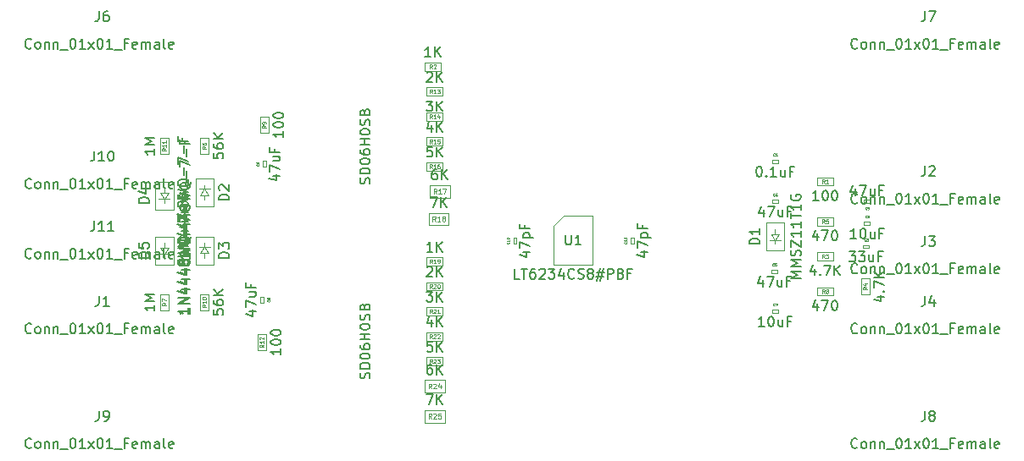
<source format=gbr>
%TF.GenerationSoftware,KiCad,Pcbnew,5.1.10*%
%TF.CreationDate,2021-08-04T12:07:05+02:00*%
%TF.ProjectId,smd-balanced-test,736d642d-6261-46c6-916e-6365642d7465,rev?*%
%TF.SameCoordinates,Original*%
%TF.FileFunction,Other,Fab,Top*%
%FSLAX46Y46*%
G04 Gerber Fmt 4.6, Leading zero omitted, Abs format (unit mm)*
G04 Created by KiCad (PCBNEW 5.1.10) date 2021-08-04 12:07:05*
%MOMM*%
%LPD*%
G01*
G04 APERTURE LIST*
%ADD10C,0.100000*%
%ADD11C,0.150000*%
%ADD12C,0.040000*%
%ADD13C,0.060000*%
%ADD14C,0.080000*%
G04 APERTURE END LIST*
D10*
%TO.C,C1*%
X108300000Y-52650000D02*
X107700000Y-52650000D01*
X108300000Y-52350000D02*
X108300000Y-52650000D01*
X107700000Y-52350000D02*
X108300000Y-52350000D01*
X107700000Y-52650000D02*
X107700000Y-52350000D01*
%TO.C,C2*%
X116885000Y-58845000D02*
X116885000Y-58545000D01*
X116885000Y-58545000D02*
X117485000Y-58545000D01*
X117485000Y-58545000D02*
X117485000Y-58845000D01*
X117485000Y-58845000D02*
X116885000Y-58845000D01*
%TO.C,C3*%
X116792000Y-61150000D02*
X116792000Y-60850000D01*
X116792000Y-60850000D02*
X117392000Y-60850000D01*
X117392000Y-60850000D02*
X117392000Y-61150000D01*
X117392000Y-61150000D02*
X116792000Y-61150000D01*
%TO.C,C4*%
X107700000Y-56650000D02*
X107700000Y-56350000D01*
X107700000Y-56350000D02*
X108300000Y-56350000D01*
X108300000Y-56350000D02*
X108300000Y-56650000D01*
X108300000Y-56650000D02*
X107700000Y-56650000D01*
%TO.C,C5*%
X108232000Y-63650000D02*
X107632000Y-63650000D01*
X108232000Y-63350000D02*
X108232000Y-63650000D01*
X107632000Y-63350000D02*
X108232000Y-63350000D01*
X107632000Y-63650000D02*
X107632000Y-63350000D01*
%TO.C,C6*%
X57150000Y-52450000D02*
X57150000Y-53050000D01*
X56850000Y-52450000D02*
X57150000Y-52450000D01*
X56850000Y-53050000D02*
X56850000Y-52450000D01*
X57150000Y-53050000D02*
X56850000Y-53050000D01*
%TO.C,C7*%
X107700000Y-67650000D02*
X107700000Y-67350000D01*
X107700000Y-67350000D02*
X108300000Y-67350000D01*
X108300000Y-67350000D02*
X108300000Y-67650000D01*
X108300000Y-67650000D02*
X107700000Y-67650000D01*
%TO.C,C8*%
X56600000Y-66617500D02*
X56600000Y-66017500D01*
X56900000Y-66617500D02*
X56600000Y-66617500D01*
X56900000Y-66017500D02*
X56900000Y-66617500D01*
X56600000Y-66017500D02*
X56900000Y-66017500D01*
%TO.C,C9*%
X116885000Y-56350000D02*
X117485000Y-56350000D01*
X116885000Y-56650000D02*
X116885000Y-56350000D01*
X117485000Y-56650000D02*
X116885000Y-56650000D01*
X117485000Y-56350000D02*
X117485000Y-56650000D01*
%TO.C,D1*%
X107100000Y-61400000D02*
X107100000Y-58600000D01*
X107100000Y-58600000D02*
X108900000Y-58600000D01*
X108900000Y-58600000D02*
X108900000Y-61400000D01*
X108900000Y-61400000D02*
X107100000Y-61400000D01*
X108000000Y-60750000D02*
X108000000Y-60350000D01*
X108000000Y-60350000D02*
X107450000Y-60350000D01*
X108000000Y-60350000D02*
X108550000Y-60350000D01*
X108000000Y-60350000D02*
X107600000Y-59750000D01*
X107600000Y-59750000D02*
X108400000Y-59750000D01*
X108400000Y-59750000D02*
X108000000Y-60350000D01*
X108000000Y-59750000D02*
X108000000Y-59250000D01*
%TO.C,D2*%
X51000000Y-55850000D02*
X51000000Y-56350000D01*
X50600000Y-55850000D02*
X51000000Y-55250000D01*
X51400000Y-55850000D02*
X50600000Y-55850000D01*
X51000000Y-55250000D02*
X51400000Y-55850000D01*
X51000000Y-55250000D02*
X50450000Y-55250000D01*
X51000000Y-55250000D02*
X51550000Y-55250000D01*
X51000000Y-54850000D02*
X51000000Y-55250000D01*
X50100000Y-54200000D02*
X51900000Y-54200000D01*
X50100000Y-57000000D02*
X50100000Y-54200000D01*
X51900000Y-57000000D02*
X50100000Y-57000000D01*
X51900000Y-54200000D02*
X51900000Y-57000000D01*
%TO.C,D3*%
X51900000Y-60000000D02*
X51900000Y-62800000D01*
X51900000Y-62800000D02*
X50100000Y-62800000D01*
X50100000Y-62800000D02*
X50100000Y-60000000D01*
X50100000Y-60000000D02*
X51900000Y-60000000D01*
X51000000Y-60650000D02*
X51000000Y-61050000D01*
X51000000Y-61050000D02*
X51550000Y-61050000D01*
X51000000Y-61050000D02*
X50450000Y-61050000D01*
X51000000Y-61050000D02*
X51400000Y-61650000D01*
X51400000Y-61650000D02*
X50600000Y-61650000D01*
X50600000Y-61650000D02*
X51000000Y-61050000D01*
X51000000Y-61650000D02*
X51000000Y-62150000D01*
%TO.C,D4*%
X47000000Y-55650000D02*
X47000000Y-55150000D01*
X47400000Y-55650000D02*
X47000000Y-56250000D01*
X46600000Y-55650000D02*
X47400000Y-55650000D01*
X47000000Y-56250000D02*
X46600000Y-55650000D01*
X47000000Y-56250000D02*
X47550000Y-56250000D01*
X47000000Y-56250000D02*
X46450000Y-56250000D01*
X47000000Y-56650000D02*
X47000000Y-56250000D01*
X47900000Y-57300000D02*
X46100000Y-57300000D01*
X47900000Y-54500000D02*
X47900000Y-57300000D01*
X46100000Y-54500000D02*
X47900000Y-54500000D01*
X46100000Y-57300000D02*
X46100000Y-54500000D01*
%TO.C,D5*%
X46100000Y-62800000D02*
X46100000Y-60000000D01*
X46100000Y-60000000D02*
X47900000Y-60000000D01*
X47900000Y-60000000D02*
X47900000Y-62800000D01*
X47900000Y-62800000D02*
X46100000Y-62800000D01*
X47000000Y-62150000D02*
X47000000Y-61750000D01*
X47000000Y-61750000D02*
X46450000Y-61750000D01*
X47000000Y-61750000D02*
X47550000Y-61750000D01*
X47000000Y-61750000D02*
X46600000Y-61150000D01*
X46600000Y-61150000D02*
X47400000Y-61150000D01*
X47400000Y-61150000D02*
X47000000Y-61750000D01*
X47000000Y-61150000D02*
X47000000Y-60650000D01*
%TO.C,R1*%
X113800000Y-54912500D02*
X112200000Y-54912500D01*
X113800000Y-54087500D02*
X113800000Y-54912500D01*
X112200000Y-54087500D02*
X113800000Y-54087500D01*
X112200000Y-54912500D02*
X112200000Y-54087500D01*
%TO.C,R2*%
X73025000Y-42587500D02*
X74625000Y-42587500D01*
X73025000Y-43412500D02*
X73025000Y-42587500D01*
X74625000Y-43412500D02*
X73025000Y-43412500D01*
X74625000Y-42587500D02*
X74625000Y-43412500D01*
%TO.C,R3*%
X113800000Y-62412500D02*
X112200000Y-62412500D01*
X113800000Y-61587500D02*
X113800000Y-62412500D01*
X112200000Y-61587500D02*
X113800000Y-61587500D01*
X112200000Y-62412500D02*
X112200000Y-61587500D01*
%TO.C,R4*%
X117412500Y-65800000D02*
X116587500Y-65800000D01*
X116587500Y-65800000D02*
X116587500Y-64200000D01*
X116587500Y-64200000D02*
X117412500Y-64200000D01*
X117412500Y-64200000D02*
X117412500Y-65800000D01*
%TO.C,R5*%
X112200000Y-58912500D02*
X112200000Y-58087500D01*
X112200000Y-58087500D02*
X113800000Y-58087500D01*
X113800000Y-58087500D02*
X113800000Y-58912500D01*
X113800000Y-58912500D02*
X112200000Y-58912500D01*
%TO.C,R6*%
X51412500Y-51725000D02*
X50587500Y-51725000D01*
X50587500Y-51725000D02*
X50587500Y-50125000D01*
X50587500Y-50125000D02*
X51412500Y-50125000D01*
X51412500Y-50125000D02*
X51412500Y-51725000D01*
%TO.C,R8*%
X112200000Y-65912500D02*
X112200000Y-65087500D01*
X112200000Y-65087500D02*
X113800000Y-65087500D01*
X113800000Y-65087500D02*
X113800000Y-65912500D01*
X113800000Y-65912500D02*
X112200000Y-65912500D01*
%TO.C,R9*%
X57412500Y-49625000D02*
X56587500Y-49625000D01*
X56587500Y-49625000D02*
X56587500Y-48025000D01*
X56587500Y-48025000D02*
X57412500Y-48025000D01*
X57412500Y-48025000D02*
X57412500Y-49625000D01*
%TO.C,R10*%
X51412500Y-65775000D02*
X51412500Y-67375000D01*
X50587500Y-65775000D02*
X51412500Y-65775000D01*
X50587500Y-67375000D02*
X50587500Y-65775000D01*
X51412500Y-67375000D02*
X50587500Y-67375000D01*
%TO.C,R11*%
X46587500Y-51725000D02*
X46587500Y-50125000D01*
X47412500Y-51725000D02*
X46587500Y-51725000D01*
X47412500Y-50125000D02*
X47412500Y-51725000D01*
X46587500Y-50125000D02*
X47412500Y-50125000D01*
%TO.C,R12*%
X57162500Y-69775000D02*
X57162500Y-71375000D01*
X56337500Y-69775000D02*
X57162500Y-69775000D01*
X56337500Y-71375000D02*
X56337500Y-69775000D01*
X57162500Y-71375000D02*
X56337500Y-71375000D01*
%TO.C,R13*%
X74800000Y-45087500D02*
X74800000Y-45912500D01*
X74800000Y-45912500D02*
X73200000Y-45912500D01*
X73200000Y-45912500D02*
X73200000Y-45087500D01*
X73200000Y-45087500D02*
X74800000Y-45087500D01*
%TO.C,R14*%
X73200000Y-47587500D02*
X74800000Y-47587500D01*
X73200000Y-48412500D02*
X73200000Y-47587500D01*
X74800000Y-48412500D02*
X73200000Y-48412500D01*
X74800000Y-47587500D02*
X74800000Y-48412500D01*
%TO.C,R15*%
X74800000Y-50087500D02*
X74800000Y-50912500D01*
X74800000Y-50912500D02*
X73200000Y-50912500D01*
X73200000Y-50912500D02*
X73200000Y-50087500D01*
X73200000Y-50087500D02*
X74800000Y-50087500D01*
%TO.C,R16*%
X74800000Y-52587500D02*
X74800000Y-53412500D01*
X74800000Y-53412500D02*
X73200000Y-53412500D01*
X73200000Y-53412500D02*
X73200000Y-52587500D01*
X73200000Y-52587500D02*
X74800000Y-52587500D01*
%TO.C,R17*%
X73500000Y-54875000D02*
X75500000Y-54875000D01*
X73500000Y-56125000D02*
X73500000Y-54875000D01*
X75500000Y-56125000D02*
X73500000Y-56125000D01*
X75500000Y-54875000D02*
X75500000Y-56125000D01*
%TO.C,R18*%
X75412500Y-57625000D02*
X75412500Y-58875000D01*
X75412500Y-58875000D02*
X73412500Y-58875000D01*
X73412500Y-58875000D02*
X73412500Y-57625000D01*
X73412500Y-57625000D02*
X75412500Y-57625000D01*
%TO.C,R19*%
X73200000Y-62087500D02*
X74800000Y-62087500D01*
X73200000Y-62912500D02*
X73200000Y-62087500D01*
X74800000Y-62912500D02*
X73200000Y-62912500D01*
X74800000Y-62087500D02*
X74800000Y-62912500D01*
%TO.C,R20*%
X73200000Y-64587500D02*
X74800000Y-64587500D01*
X73200000Y-65412500D02*
X73200000Y-64587500D01*
X74800000Y-65412500D02*
X73200000Y-65412500D01*
X74800000Y-64587500D02*
X74800000Y-65412500D01*
%TO.C,R21*%
X74800000Y-67087500D02*
X74800000Y-67912500D01*
X74800000Y-67912500D02*
X73200000Y-67912500D01*
X73200000Y-67912500D02*
X73200000Y-67087500D01*
X73200000Y-67087500D02*
X74800000Y-67087500D01*
%TO.C,R22*%
X73200000Y-69587500D02*
X74800000Y-69587500D01*
X73200000Y-70412500D02*
X73200000Y-69587500D01*
X74800000Y-70412500D02*
X73200000Y-70412500D01*
X74800000Y-69587500D02*
X74800000Y-70412500D01*
%TO.C,R23*%
X74800000Y-72087500D02*
X74800000Y-72912500D01*
X74800000Y-72912500D02*
X73200000Y-72912500D01*
X73200000Y-72912500D02*
X73200000Y-72087500D01*
X73200000Y-72087500D02*
X74800000Y-72087500D01*
%TO.C,R24*%
X75000000Y-74375000D02*
X75000000Y-75625000D01*
X75000000Y-75625000D02*
X73000000Y-75625000D01*
X73000000Y-75625000D02*
X73000000Y-74375000D01*
X73000000Y-74375000D02*
X75000000Y-74375000D01*
%TO.C,R25*%
X73000000Y-77375000D02*
X75000000Y-77375000D01*
X73000000Y-78625000D02*
X73000000Y-77375000D01*
X75000000Y-78625000D02*
X73000000Y-78625000D01*
X75000000Y-77375000D02*
X75000000Y-78625000D01*
%TO.C,R7*%
X46587500Y-67375000D02*
X46587500Y-65775000D01*
X47412500Y-67375000D02*
X46587500Y-67375000D01*
X47412500Y-65775000D02*
X47412500Y-67375000D01*
X46587500Y-65775000D02*
X47412500Y-65775000D01*
%TO.C,C10*%
X82150000Y-60132500D02*
X82150000Y-60732500D01*
X81850000Y-60132500D02*
X82150000Y-60132500D01*
X81850000Y-60732500D02*
X81850000Y-60132500D01*
X82150000Y-60732500D02*
X81850000Y-60732500D01*
%TO.C,C11*%
X93900000Y-60707500D02*
X93600000Y-60707500D01*
X93600000Y-60707500D02*
X93600000Y-60107500D01*
X93600000Y-60107500D02*
X93900000Y-60107500D01*
X93900000Y-60107500D02*
X93900000Y-60707500D01*
%TO.C,U1*%
X85875000Y-58910000D02*
X86850000Y-57935000D01*
X85875000Y-62835000D02*
X85875000Y-58910000D01*
X89775000Y-62835000D02*
X85875000Y-62835000D01*
X89775000Y-57935000D02*
X89775000Y-62835000D01*
X86850000Y-57935000D02*
X89775000Y-57935000D01*
%TD*%
%TO.C,C1*%
D11*
X106357142Y-53002380D02*
X106452380Y-53002380D01*
X106547619Y-53050000D01*
X106595238Y-53097619D01*
X106642857Y-53192857D01*
X106690476Y-53383333D01*
X106690476Y-53621428D01*
X106642857Y-53811904D01*
X106595238Y-53907142D01*
X106547619Y-53954761D01*
X106452380Y-54002380D01*
X106357142Y-54002380D01*
X106261904Y-53954761D01*
X106214285Y-53907142D01*
X106166666Y-53811904D01*
X106119047Y-53621428D01*
X106119047Y-53383333D01*
X106166666Y-53192857D01*
X106214285Y-53097619D01*
X106261904Y-53050000D01*
X106357142Y-53002380D01*
X107119047Y-53907142D02*
X107166666Y-53954761D01*
X107119047Y-54002380D01*
X107071428Y-53954761D01*
X107119047Y-53907142D01*
X107119047Y-54002380D01*
X108119047Y-54002380D02*
X107547619Y-54002380D01*
X107833333Y-54002380D02*
X107833333Y-53002380D01*
X107738095Y-53145238D01*
X107642857Y-53240476D01*
X107547619Y-53288095D01*
X108976190Y-53335714D02*
X108976190Y-54002380D01*
X108547619Y-53335714D02*
X108547619Y-53859523D01*
X108595238Y-53954761D01*
X108690476Y-54002380D01*
X108833333Y-54002380D01*
X108928571Y-53954761D01*
X108976190Y-53907142D01*
X109785714Y-53478571D02*
X109452380Y-53478571D01*
X109452380Y-54002380D02*
X109452380Y-53002380D01*
X109928571Y-53002380D01*
D12*
X107958333Y-51909285D02*
X107946428Y-51921190D01*
X107910714Y-51933095D01*
X107886904Y-51933095D01*
X107851190Y-51921190D01*
X107827380Y-51897380D01*
X107815476Y-51873571D01*
X107803571Y-51825952D01*
X107803571Y-51790238D01*
X107815476Y-51742619D01*
X107827380Y-51718809D01*
X107851190Y-51695000D01*
X107886904Y-51683095D01*
X107910714Y-51683095D01*
X107946428Y-51695000D01*
X107958333Y-51706904D01*
X108196428Y-51933095D02*
X108053571Y-51933095D01*
X108125000Y-51933095D02*
X108125000Y-51683095D01*
X108101190Y-51718809D01*
X108077380Y-51742619D01*
X108053571Y-51754523D01*
%TO.C,C2*%
D11*
X116113571Y-60197380D02*
X115542142Y-60197380D01*
X115827857Y-60197380D02*
X115827857Y-59197380D01*
X115732619Y-59340238D01*
X115637380Y-59435476D01*
X115542142Y-59483095D01*
X116732619Y-59197380D02*
X116827857Y-59197380D01*
X116923095Y-59245000D01*
X116970714Y-59292619D01*
X117018333Y-59387857D01*
X117065952Y-59578333D01*
X117065952Y-59816428D01*
X117018333Y-60006904D01*
X116970714Y-60102142D01*
X116923095Y-60149761D01*
X116827857Y-60197380D01*
X116732619Y-60197380D01*
X116637380Y-60149761D01*
X116589761Y-60102142D01*
X116542142Y-60006904D01*
X116494523Y-59816428D01*
X116494523Y-59578333D01*
X116542142Y-59387857D01*
X116589761Y-59292619D01*
X116637380Y-59245000D01*
X116732619Y-59197380D01*
X117923095Y-59530714D02*
X117923095Y-60197380D01*
X117494523Y-59530714D02*
X117494523Y-60054523D01*
X117542142Y-60149761D01*
X117637380Y-60197380D01*
X117780238Y-60197380D01*
X117875476Y-60149761D01*
X117923095Y-60102142D01*
X118732619Y-59673571D02*
X118399285Y-59673571D01*
X118399285Y-60197380D02*
X118399285Y-59197380D01*
X118875476Y-59197380D01*
D12*
X117143333Y-58104285D02*
X117131428Y-58116190D01*
X117095714Y-58128095D01*
X117071904Y-58128095D01*
X117036190Y-58116190D01*
X117012380Y-58092380D01*
X117000476Y-58068571D01*
X116988571Y-58020952D01*
X116988571Y-57985238D01*
X117000476Y-57937619D01*
X117012380Y-57913809D01*
X117036190Y-57890000D01*
X117071904Y-57878095D01*
X117095714Y-57878095D01*
X117131428Y-57890000D01*
X117143333Y-57901904D01*
X117238571Y-57901904D02*
X117250476Y-57890000D01*
X117274285Y-57878095D01*
X117333809Y-57878095D01*
X117357619Y-57890000D01*
X117369523Y-57901904D01*
X117381428Y-57925714D01*
X117381428Y-57949523D01*
X117369523Y-57985238D01*
X117226666Y-58128095D01*
X117381428Y-58128095D01*
%TO.C,C3*%
D11*
X115401523Y-61502380D02*
X116020571Y-61502380D01*
X115687238Y-61883333D01*
X115830095Y-61883333D01*
X115925333Y-61930952D01*
X115972952Y-61978571D01*
X116020571Y-62073809D01*
X116020571Y-62311904D01*
X115972952Y-62407142D01*
X115925333Y-62454761D01*
X115830095Y-62502380D01*
X115544380Y-62502380D01*
X115449142Y-62454761D01*
X115401523Y-62407142D01*
X116353904Y-61502380D02*
X116972952Y-61502380D01*
X116639619Y-61883333D01*
X116782476Y-61883333D01*
X116877714Y-61930952D01*
X116925333Y-61978571D01*
X116972952Y-62073809D01*
X116972952Y-62311904D01*
X116925333Y-62407142D01*
X116877714Y-62454761D01*
X116782476Y-62502380D01*
X116496761Y-62502380D01*
X116401523Y-62454761D01*
X116353904Y-62407142D01*
X117830095Y-61835714D02*
X117830095Y-62502380D01*
X117401523Y-61835714D02*
X117401523Y-62359523D01*
X117449142Y-62454761D01*
X117544380Y-62502380D01*
X117687238Y-62502380D01*
X117782476Y-62454761D01*
X117830095Y-62407142D01*
X118639619Y-61978571D02*
X118306285Y-61978571D01*
X118306285Y-62502380D02*
X118306285Y-61502380D01*
X118782476Y-61502380D01*
D12*
X117050333Y-60409285D02*
X117038428Y-60421190D01*
X117002714Y-60433095D01*
X116978904Y-60433095D01*
X116943190Y-60421190D01*
X116919380Y-60397380D01*
X116907476Y-60373571D01*
X116895571Y-60325952D01*
X116895571Y-60290238D01*
X116907476Y-60242619D01*
X116919380Y-60218809D01*
X116943190Y-60195000D01*
X116978904Y-60183095D01*
X117002714Y-60183095D01*
X117038428Y-60195000D01*
X117050333Y-60206904D01*
X117133666Y-60183095D02*
X117288428Y-60183095D01*
X117205095Y-60278333D01*
X117240809Y-60278333D01*
X117264619Y-60290238D01*
X117276523Y-60302142D01*
X117288428Y-60325952D01*
X117288428Y-60385476D01*
X117276523Y-60409285D01*
X117264619Y-60421190D01*
X117240809Y-60433095D01*
X117169380Y-60433095D01*
X117145571Y-60421190D01*
X117133666Y-60409285D01*
%TO.C,C4*%
D11*
X106833333Y-57335714D02*
X106833333Y-58002380D01*
X106595238Y-56954761D02*
X106357142Y-57669047D01*
X106976190Y-57669047D01*
X107261904Y-57002380D02*
X107928571Y-57002380D01*
X107500000Y-58002380D01*
X108738095Y-57335714D02*
X108738095Y-58002380D01*
X108309523Y-57335714D02*
X108309523Y-57859523D01*
X108357142Y-57954761D01*
X108452380Y-58002380D01*
X108595238Y-58002380D01*
X108690476Y-57954761D01*
X108738095Y-57907142D01*
X109547619Y-57478571D02*
X109214285Y-57478571D01*
X109214285Y-58002380D02*
X109214285Y-57002380D01*
X109690476Y-57002380D01*
D12*
X107958333Y-55909285D02*
X107946428Y-55921190D01*
X107910714Y-55933095D01*
X107886904Y-55933095D01*
X107851190Y-55921190D01*
X107827380Y-55897380D01*
X107815476Y-55873571D01*
X107803571Y-55825952D01*
X107803571Y-55790238D01*
X107815476Y-55742619D01*
X107827380Y-55718809D01*
X107851190Y-55695000D01*
X107886904Y-55683095D01*
X107910714Y-55683095D01*
X107946428Y-55695000D01*
X107958333Y-55706904D01*
X108172619Y-55766428D02*
X108172619Y-55933095D01*
X108113095Y-55671190D02*
X108053571Y-55849761D01*
X108208333Y-55849761D01*
%TO.C,C5*%
D11*
X106765333Y-64335714D02*
X106765333Y-65002380D01*
X106527238Y-63954761D02*
X106289142Y-64669047D01*
X106908190Y-64669047D01*
X107193904Y-64002380D02*
X107860571Y-64002380D01*
X107432000Y-65002380D01*
X108670095Y-64335714D02*
X108670095Y-65002380D01*
X108241523Y-64335714D02*
X108241523Y-64859523D01*
X108289142Y-64954761D01*
X108384380Y-65002380D01*
X108527238Y-65002380D01*
X108622476Y-64954761D01*
X108670095Y-64907142D01*
X109479619Y-64478571D02*
X109146285Y-64478571D01*
X109146285Y-65002380D02*
X109146285Y-64002380D01*
X109622476Y-64002380D01*
D12*
X107890333Y-62909285D02*
X107878428Y-62921190D01*
X107842714Y-62933095D01*
X107818904Y-62933095D01*
X107783190Y-62921190D01*
X107759380Y-62897380D01*
X107747476Y-62873571D01*
X107735571Y-62825952D01*
X107735571Y-62790238D01*
X107747476Y-62742619D01*
X107759380Y-62718809D01*
X107783190Y-62695000D01*
X107818904Y-62683095D01*
X107842714Y-62683095D01*
X107878428Y-62695000D01*
X107890333Y-62706904D01*
X108116523Y-62683095D02*
X107997476Y-62683095D01*
X107985571Y-62802142D01*
X107997476Y-62790238D01*
X108021285Y-62778333D01*
X108080809Y-62778333D01*
X108104619Y-62790238D01*
X108116523Y-62802142D01*
X108128428Y-62825952D01*
X108128428Y-62885476D01*
X108116523Y-62909285D01*
X108104619Y-62921190D01*
X108080809Y-62933095D01*
X108021285Y-62933095D01*
X107997476Y-62921190D01*
X107985571Y-62909285D01*
%TO.C,C6*%
D11*
X57835714Y-53916666D02*
X58502380Y-53916666D01*
X57454761Y-54154761D02*
X58169047Y-54392857D01*
X58169047Y-53773809D01*
X57502380Y-53488095D02*
X57502380Y-52821428D01*
X58502380Y-53250000D01*
X57835714Y-52011904D02*
X58502380Y-52011904D01*
X57835714Y-52440476D02*
X58359523Y-52440476D01*
X58454761Y-52392857D01*
X58502380Y-52297619D01*
X58502380Y-52154761D01*
X58454761Y-52059523D01*
X58407142Y-52011904D01*
X57978571Y-51202380D02*
X57978571Y-51535714D01*
X58502380Y-51535714D02*
X57502380Y-51535714D01*
X57502380Y-51059523D01*
D12*
X56409285Y-52791666D02*
X56421190Y-52803571D01*
X56433095Y-52839285D01*
X56433095Y-52863095D01*
X56421190Y-52898809D01*
X56397380Y-52922619D01*
X56373571Y-52934523D01*
X56325952Y-52946428D01*
X56290238Y-52946428D01*
X56242619Y-52934523D01*
X56218809Y-52922619D01*
X56195000Y-52898809D01*
X56183095Y-52863095D01*
X56183095Y-52839285D01*
X56195000Y-52803571D01*
X56206904Y-52791666D01*
X56183095Y-52577380D02*
X56183095Y-52625000D01*
X56195000Y-52648809D01*
X56206904Y-52660714D01*
X56242619Y-52684523D01*
X56290238Y-52696428D01*
X56385476Y-52696428D01*
X56409285Y-52684523D01*
X56421190Y-52672619D01*
X56433095Y-52648809D01*
X56433095Y-52601190D01*
X56421190Y-52577380D01*
X56409285Y-52565476D01*
X56385476Y-52553571D01*
X56325952Y-52553571D01*
X56302142Y-52565476D01*
X56290238Y-52577380D01*
X56278333Y-52601190D01*
X56278333Y-52648809D01*
X56290238Y-52672619D01*
X56302142Y-52684523D01*
X56325952Y-52696428D01*
%TO.C,C7*%
D11*
X106928571Y-69002380D02*
X106357142Y-69002380D01*
X106642857Y-69002380D02*
X106642857Y-68002380D01*
X106547619Y-68145238D01*
X106452380Y-68240476D01*
X106357142Y-68288095D01*
X107547619Y-68002380D02*
X107642857Y-68002380D01*
X107738095Y-68050000D01*
X107785714Y-68097619D01*
X107833333Y-68192857D01*
X107880952Y-68383333D01*
X107880952Y-68621428D01*
X107833333Y-68811904D01*
X107785714Y-68907142D01*
X107738095Y-68954761D01*
X107642857Y-69002380D01*
X107547619Y-69002380D01*
X107452380Y-68954761D01*
X107404761Y-68907142D01*
X107357142Y-68811904D01*
X107309523Y-68621428D01*
X107309523Y-68383333D01*
X107357142Y-68192857D01*
X107404761Y-68097619D01*
X107452380Y-68050000D01*
X107547619Y-68002380D01*
X108738095Y-68335714D02*
X108738095Y-69002380D01*
X108309523Y-68335714D02*
X108309523Y-68859523D01*
X108357142Y-68954761D01*
X108452380Y-69002380D01*
X108595238Y-69002380D01*
X108690476Y-68954761D01*
X108738095Y-68907142D01*
X109547619Y-68478571D02*
X109214285Y-68478571D01*
X109214285Y-69002380D02*
X109214285Y-68002380D01*
X109690476Y-68002380D01*
D12*
X107958333Y-66909285D02*
X107946428Y-66921190D01*
X107910714Y-66933095D01*
X107886904Y-66933095D01*
X107851190Y-66921190D01*
X107827380Y-66897380D01*
X107815476Y-66873571D01*
X107803571Y-66825952D01*
X107803571Y-66790238D01*
X107815476Y-66742619D01*
X107827380Y-66718809D01*
X107851190Y-66695000D01*
X107886904Y-66683095D01*
X107910714Y-66683095D01*
X107946428Y-66695000D01*
X107958333Y-66706904D01*
X108041666Y-66683095D02*
X108208333Y-66683095D01*
X108101190Y-66933095D01*
%TO.C,C8*%
D11*
X55485714Y-67484166D02*
X56152380Y-67484166D01*
X55104761Y-67722261D02*
X55819047Y-67960357D01*
X55819047Y-67341309D01*
X55152380Y-67055595D02*
X55152380Y-66388928D01*
X56152380Y-66817500D01*
X55485714Y-65579404D02*
X56152380Y-65579404D01*
X55485714Y-66007976D02*
X56009523Y-66007976D01*
X56104761Y-65960357D01*
X56152380Y-65865119D01*
X56152380Y-65722261D01*
X56104761Y-65627023D01*
X56057142Y-65579404D01*
X55628571Y-64769880D02*
X55628571Y-65103214D01*
X56152380Y-65103214D02*
X55152380Y-65103214D01*
X55152380Y-64627023D01*
D12*
X57519285Y-66359166D02*
X57531190Y-66371071D01*
X57543095Y-66406785D01*
X57543095Y-66430595D01*
X57531190Y-66466309D01*
X57507380Y-66490119D01*
X57483571Y-66502023D01*
X57435952Y-66513928D01*
X57400238Y-66513928D01*
X57352619Y-66502023D01*
X57328809Y-66490119D01*
X57305000Y-66466309D01*
X57293095Y-66430595D01*
X57293095Y-66406785D01*
X57305000Y-66371071D01*
X57316904Y-66359166D01*
X57400238Y-66216309D02*
X57388333Y-66240119D01*
X57376428Y-66252023D01*
X57352619Y-66263928D01*
X57340714Y-66263928D01*
X57316904Y-66252023D01*
X57305000Y-66240119D01*
X57293095Y-66216309D01*
X57293095Y-66168690D01*
X57305000Y-66144880D01*
X57316904Y-66132976D01*
X57340714Y-66121071D01*
X57352619Y-66121071D01*
X57376428Y-66132976D01*
X57388333Y-66144880D01*
X57400238Y-66168690D01*
X57400238Y-66216309D01*
X57412142Y-66240119D01*
X57424047Y-66252023D01*
X57447857Y-66263928D01*
X57495476Y-66263928D01*
X57519285Y-66252023D01*
X57531190Y-66240119D01*
X57543095Y-66216309D01*
X57543095Y-66168690D01*
X57531190Y-66144880D01*
X57519285Y-66132976D01*
X57495476Y-66121071D01*
X57447857Y-66121071D01*
X57424047Y-66132976D01*
X57412142Y-66144880D01*
X57400238Y-66168690D01*
%TO.C,C9*%
D11*
X116018333Y-55235714D02*
X116018333Y-55902380D01*
X115780238Y-54854761D02*
X115542142Y-55569047D01*
X116161190Y-55569047D01*
X116446904Y-54902380D02*
X117113571Y-54902380D01*
X116685000Y-55902380D01*
X117923095Y-55235714D02*
X117923095Y-55902380D01*
X117494523Y-55235714D02*
X117494523Y-55759523D01*
X117542142Y-55854761D01*
X117637380Y-55902380D01*
X117780238Y-55902380D01*
X117875476Y-55854761D01*
X117923095Y-55807142D01*
X118732619Y-55378571D02*
X118399285Y-55378571D01*
X118399285Y-55902380D02*
X118399285Y-54902380D01*
X118875476Y-54902380D01*
D12*
X117143333Y-57269285D02*
X117131428Y-57281190D01*
X117095714Y-57293095D01*
X117071904Y-57293095D01*
X117036190Y-57281190D01*
X117012380Y-57257380D01*
X117000476Y-57233571D01*
X116988571Y-57185952D01*
X116988571Y-57150238D01*
X117000476Y-57102619D01*
X117012380Y-57078809D01*
X117036190Y-57055000D01*
X117071904Y-57043095D01*
X117095714Y-57043095D01*
X117131428Y-57055000D01*
X117143333Y-57066904D01*
X117262380Y-57293095D02*
X117310000Y-57293095D01*
X117333809Y-57281190D01*
X117345714Y-57269285D01*
X117369523Y-57233571D01*
X117381428Y-57185952D01*
X117381428Y-57090714D01*
X117369523Y-57066904D01*
X117357619Y-57055000D01*
X117333809Y-57043095D01*
X117286190Y-57043095D01*
X117262380Y-57055000D01*
X117250476Y-57066904D01*
X117238571Y-57090714D01*
X117238571Y-57150238D01*
X117250476Y-57174047D01*
X117262380Y-57185952D01*
X117286190Y-57197857D01*
X117333809Y-57197857D01*
X117357619Y-57185952D01*
X117369523Y-57174047D01*
X117381428Y-57150238D01*
%TO.C,D1*%
D11*
X110552380Y-64166666D02*
X109552380Y-64166666D01*
X110266666Y-63833333D01*
X109552380Y-63500000D01*
X110552380Y-63500000D01*
X110552380Y-63023809D02*
X109552380Y-63023809D01*
X110266666Y-62690476D01*
X109552380Y-62357142D01*
X110552380Y-62357142D01*
X110504761Y-61928571D02*
X110552380Y-61785714D01*
X110552380Y-61547619D01*
X110504761Y-61452380D01*
X110457142Y-61404761D01*
X110361904Y-61357142D01*
X110266666Y-61357142D01*
X110171428Y-61404761D01*
X110123809Y-61452380D01*
X110076190Y-61547619D01*
X110028571Y-61738095D01*
X109980952Y-61833333D01*
X109933333Y-61880952D01*
X109838095Y-61928571D01*
X109742857Y-61928571D01*
X109647619Y-61880952D01*
X109600000Y-61833333D01*
X109552380Y-61738095D01*
X109552380Y-61500000D01*
X109600000Y-61357142D01*
X109552380Y-61023809D02*
X109552380Y-60357142D01*
X110552380Y-61023809D01*
X110552380Y-60357142D01*
X110552380Y-59452380D02*
X110552380Y-60023809D01*
X110552380Y-59738095D02*
X109552380Y-59738095D01*
X109695238Y-59833333D01*
X109790476Y-59928571D01*
X109838095Y-60023809D01*
X110552380Y-58500000D02*
X110552380Y-59071428D01*
X110552380Y-58785714D02*
X109552380Y-58785714D01*
X109695238Y-58880952D01*
X109790476Y-58976190D01*
X109838095Y-59071428D01*
X109552380Y-58214285D02*
X109552380Y-57642857D01*
X110552380Y-57928571D02*
X109552380Y-57928571D01*
X110552380Y-56785714D02*
X110552380Y-57357142D01*
X110552380Y-57071428D02*
X109552380Y-57071428D01*
X109695238Y-57166666D01*
X109790476Y-57261904D01*
X109838095Y-57357142D01*
X109600000Y-55833333D02*
X109552380Y-55928571D01*
X109552380Y-56071428D01*
X109600000Y-56214285D01*
X109695238Y-56309523D01*
X109790476Y-56357142D01*
X109980952Y-56404761D01*
X110123809Y-56404761D01*
X110314285Y-56357142D01*
X110409523Y-56309523D01*
X110504761Y-56214285D01*
X110552380Y-56071428D01*
X110552380Y-55976190D01*
X110504761Y-55833333D01*
X110457142Y-55785714D01*
X110123809Y-55785714D01*
X110123809Y-55976190D01*
X106452380Y-60738095D02*
X105452380Y-60738095D01*
X105452380Y-60500000D01*
X105500000Y-60357142D01*
X105595238Y-60261904D01*
X105690476Y-60214285D01*
X105880952Y-60166666D01*
X106023809Y-60166666D01*
X106214285Y-60214285D01*
X106309523Y-60261904D01*
X106404761Y-60357142D01*
X106452380Y-60500000D01*
X106452380Y-60738095D01*
X106452380Y-59214285D02*
X106452380Y-59785714D01*
X106452380Y-59500000D02*
X105452380Y-59500000D01*
X105595238Y-59595238D01*
X105690476Y-59690476D01*
X105738095Y-59785714D01*
%TO.C,D2*%
X49352380Y-61361904D02*
X49352380Y-61933333D01*
X49352380Y-61647619D02*
X48352380Y-61647619D01*
X48495238Y-61742857D01*
X48590476Y-61838095D01*
X48638095Y-61933333D01*
X49352380Y-60933333D02*
X48352380Y-60933333D01*
X49352380Y-60361904D01*
X48352380Y-60361904D01*
X48685714Y-59457142D02*
X49352380Y-59457142D01*
X48304761Y-59695238D02*
X49019047Y-59933333D01*
X49019047Y-59314285D01*
X48685714Y-58504761D02*
X49352380Y-58504761D01*
X48304761Y-58742857D02*
X49019047Y-58980952D01*
X49019047Y-58361904D01*
X48685714Y-57552380D02*
X49352380Y-57552380D01*
X48304761Y-57790476D02*
X49019047Y-58028571D01*
X49019047Y-57409523D01*
X48780952Y-56885714D02*
X48733333Y-56980952D01*
X48685714Y-57028571D01*
X48590476Y-57076190D01*
X48542857Y-57076190D01*
X48447619Y-57028571D01*
X48400000Y-56980952D01*
X48352380Y-56885714D01*
X48352380Y-56695238D01*
X48400000Y-56600000D01*
X48447619Y-56552380D01*
X48542857Y-56504761D01*
X48590476Y-56504761D01*
X48685714Y-56552380D01*
X48733333Y-56600000D01*
X48780952Y-56695238D01*
X48780952Y-56885714D01*
X48828571Y-56980952D01*
X48876190Y-57028571D01*
X48971428Y-57076190D01*
X49161904Y-57076190D01*
X49257142Y-57028571D01*
X49304761Y-56980952D01*
X49352380Y-56885714D01*
X49352380Y-56695238D01*
X49304761Y-56600000D01*
X49257142Y-56552380D01*
X49161904Y-56504761D01*
X48971428Y-56504761D01*
X48876190Y-56552380D01*
X48828571Y-56600000D01*
X48780952Y-56695238D01*
X48352380Y-56171428D02*
X49352380Y-55933333D01*
X48638095Y-55742857D01*
X49352380Y-55552380D01*
X48352380Y-55314285D01*
X49447619Y-54266666D02*
X49400000Y-54361904D01*
X49304761Y-54457142D01*
X49161904Y-54600000D01*
X49114285Y-54695238D01*
X49114285Y-54790476D01*
X49352380Y-54742857D02*
X49304761Y-54838095D01*
X49209523Y-54933333D01*
X49019047Y-54980952D01*
X48685714Y-54980952D01*
X48495238Y-54933333D01*
X48400000Y-54838095D01*
X48352380Y-54742857D01*
X48352380Y-54552380D01*
X48400000Y-54457142D01*
X48495238Y-54361904D01*
X48685714Y-54314285D01*
X49019047Y-54314285D01*
X49209523Y-54361904D01*
X49304761Y-54457142D01*
X49352380Y-54552380D01*
X49352380Y-54742857D01*
X48971428Y-53885714D02*
X48971428Y-53123809D01*
X48352380Y-52742857D02*
X48352380Y-52076190D01*
X49352380Y-52504761D01*
X48971428Y-51695238D02*
X48971428Y-50933333D01*
X48828571Y-50123809D02*
X48828571Y-50457142D01*
X49352380Y-50457142D02*
X48352380Y-50457142D01*
X48352380Y-49980952D01*
X53452380Y-56338095D02*
X52452380Y-56338095D01*
X52452380Y-56100000D01*
X52500000Y-55957142D01*
X52595238Y-55861904D01*
X52690476Y-55814285D01*
X52880952Y-55766666D01*
X53023809Y-55766666D01*
X53214285Y-55814285D01*
X53309523Y-55861904D01*
X53404761Y-55957142D01*
X53452380Y-56100000D01*
X53452380Y-56338095D01*
X52547619Y-55385714D02*
X52500000Y-55338095D01*
X52452380Y-55242857D01*
X52452380Y-55004761D01*
X52500000Y-54909523D01*
X52547619Y-54861904D01*
X52642857Y-54814285D01*
X52738095Y-54814285D01*
X52880952Y-54861904D01*
X53452380Y-55433333D01*
X53452380Y-54814285D01*
%TO.C,D3*%
X49352380Y-67161904D02*
X49352380Y-67733333D01*
X49352380Y-67447619D02*
X48352380Y-67447619D01*
X48495238Y-67542857D01*
X48590476Y-67638095D01*
X48638095Y-67733333D01*
X49352380Y-66733333D02*
X48352380Y-66733333D01*
X49352380Y-66161904D01*
X48352380Y-66161904D01*
X48685714Y-65257142D02*
X49352380Y-65257142D01*
X48304761Y-65495238D02*
X49019047Y-65733333D01*
X49019047Y-65114285D01*
X48685714Y-64304761D02*
X49352380Y-64304761D01*
X48304761Y-64542857D02*
X49019047Y-64780952D01*
X49019047Y-64161904D01*
X48685714Y-63352380D02*
X49352380Y-63352380D01*
X48304761Y-63590476D02*
X49019047Y-63828571D01*
X49019047Y-63209523D01*
X48780952Y-62685714D02*
X48733333Y-62780952D01*
X48685714Y-62828571D01*
X48590476Y-62876190D01*
X48542857Y-62876190D01*
X48447619Y-62828571D01*
X48400000Y-62780952D01*
X48352380Y-62685714D01*
X48352380Y-62495238D01*
X48400000Y-62400000D01*
X48447619Y-62352380D01*
X48542857Y-62304761D01*
X48590476Y-62304761D01*
X48685714Y-62352380D01*
X48733333Y-62400000D01*
X48780952Y-62495238D01*
X48780952Y-62685714D01*
X48828571Y-62780952D01*
X48876190Y-62828571D01*
X48971428Y-62876190D01*
X49161904Y-62876190D01*
X49257142Y-62828571D01*
X49304761Y-62780952D01*
X49352380Y-62685714D01*
X49352380Y-62495238D01*
X49304761Y-62400000D01*
X49257142Y-62352380D01*
X49161904Y-62304761D01*
X48971428Y-62304761D01*
X48876190Y-62352380D01*
X48828571Y-62400000D01*
X48780952Y-62495238D01*
X48352380Y-61971428D02*
X49352380Y-61733333D01*
X48638095Y-61542857D01*
X49352380Y-61352380D01*
X48352380Y-61114285D01*
X49447619Y-60066666D02*
X49400000Y-60161904D01*
X49304761Y-60257142D01*
X49161904Y-60400000D01*
X49114285Y-60495238D01*
X49114285Y-60590476D01*
X49352380Y-60542857D02*
X49304761Y-60638095D01*
X49209523Y-60733333D01*
X49019047Y-60780952D01*
X48685714Y-60780952D01*
X48495238Y-60733333D01*
X48400000Y-60638095D01*
X48352380Y-60542857D01*
X48352380Y-60352380D01*
X48400000Y-60257142D01*
X48495238Y-60161904D01*
X48685714Y-60114285D01*
X49019047Y-60114285D01*
X49209523Y-60161904D01*
X49304761Y-60257142D01*
X49352380Y-60352380D01*
X49352380Y-60542857D01*
X48971428Y-59685714D02*
X48971428Y-58923809D01*
X48352380Y-58542857D02*
X48352380Y-57876190D01*
X49352380Y-58304761D01*
X48971428Y-57495238D02*
X48971428Y-56733333D01*
X48828571Y-55923809D02*
X48828571Y-56257142D01*
X49352380Y-56257142D02*
X48352380Y-56257142D01*
X48352380Y-55780952D01*
X53452380Y-62138095D02*
X52452380Y-62138095D01*
X52452380Y-61900000D01*
X52500000Y-61757142D01*
X52595238Y-61661904D01*
X52690476Y-61614285D01*
X52880952Y-61566666D01*
X53023809Y-61566666D01*
X53214285Y-61614285D01*
X53309523Y-61661904D01*
X53404761Y-61757142D01*
X53452380Y-61900000D01*
X53452380Y-62138095D01*
X52452380Y-61233333D02*
X52452380Y-60614285D01*
X52833333Y-60947619D01*
X52833333Y-60804761D01*
X52880952Y-60709523D01*
X52928571Y-60661904D01*
X53023809Y-60614285D01*
X53261904Y-60614285D01*
X53357142Y-60661904D01*
X53404761Y-60709523D01*
X53452380Y-60804761D01*
X53452380Y-61090476D01*
X53404761Y-61185714D01*
X53357142Y-61233333D01*
%TO.C,D4*%
X49552380Y-61661904D02*
X49552380Y-62233333D01*
X49552380Y-61947619D02*
X48552380Y-61947619D01*
X48695238Y-62042857D01*
X48790476Y-62138095D01*
X48838095Y-62233333D01*
X49552380Y-61233333D02*
X48552380Y-61233333D01*
X49552380Y-60661904D01*
X48552380Y-60661904D01*
X48885714Y-59757142D02*
X49552380Y-59757142D01*
X48504761Y-59995238D02*
X49219047Y-60233333D01*
X49219047Y-59614285D01*
X48885714Y-58804761D02*
X49552380Y-58804761D01*
X48504761Y-59042857D02*
X49219047Y-59280952D01*
X49219047Y-58661904D01*
X48885714Y-57852380D02*
X49552380Y-57852380D01*
X48504761Y-58090476D02*
X49219047Y-58328571D01*
X49219047Y-57709523D01*
X48980952Y-57185714D02*
X48933333Y-57280952D01*
X48885714Y-57328571D01*
X48790476Y-57376190D01*
X48742857Y-57376190D01*
X48647619Y-57328571D01*
X48600000Y-57280952D01*
X48552380Y-57185714D01*
X48552380Y-56995238D01*
X48600000Y-56900000D01*
X48647619Y-56852380D01*
X48742857Y-56804761D01*
X48790476Y-56804761D01*
X48885714Y-56852380D01*
X48933333Y-56900000D01*
X48980952Y-56995238D01*
X48980952Y-57185714D01*
X49028571Y-57280952D01*
X49076190Y-57328571D01*
X49171428Y-57376190D01*
X49361904Y-57376190D01*
X49457142Y-57328571D01*
X49504761Y-57280952D01*
X49552380Y-57185714D01*
X49552380Y-56995238D01*
X49504761Y-56900000D01*
X49457142Y-56852380D01*
X49361904Y-56804761D01*
X49171428Y-56804761D01*
X49076190Y-56852380D01*
X49028571Y-56900000D01*
X48980952Y-56995238D01*
X48552380Y-56471428D02*
X49552380Y-56233333D01*
X48838095Y-56042857D01*
X49552380Y-55852380D01*
X48552380Y-55614285D01*
X49647619Y-54566666D02*
X49600000Y-54661904D01*
X49504761Y-54757142D01*
X49361904Y-54900000D01*
X49314285Y-54995238D01*
X49314285Y-55090476D01*
X49552380Y-55042857D02*
X49504761Y-55138095D01*
X49409523Y-55233333D01*
X49219047Y-55280952D01*
X48885714Y-55280952D01*
X48695238Y-55233333D01*
X48600000Y-55138095D01*
X48552380Y-55042857D01*
X48552380Y-54852380D01*
X48600000Y-54757142D01*
X48695238Y-54661904D01*
X48885714Y-54614285D01*
X49219047Y-54614285D01*
X49409523Y-54661904D01*
X49504761Y-54757142D01*
X49552380Y-54852380D01*
X49552380Y-55042857D01*
X49171428Y-54185714D02*
X49171428Y-53423809D01*
X48552380Y-53042857D02*
X48552380Y-52376190D01*
X49552380Y-52804761D01*
X49171428Y-51995238D02*
X49171428Y-51233333D01*
X49028571Y-50423809D02*
X49028571Y-50757142D01*
X49552380Y-50757142D02*
X48552380Y-50757142D01*
X48552380Y-50280952D01*
X45452380Y-56638095D02*
X44452380Y-56638095D01*
X44452380Y-56400000D01*
X44500000Y-56257142D01*
X44595238Y-56161904D01*
X44690476Y-56114285D01*
X44880952Y-56066666D01*
X45023809Y-56066666D01*
X45214285Y-56114285D01*
X45309523Y-56161904D01*
X45404761Y-56257142D01*
X45452380Y-56400000D01*
X45452380Y-56638095D01*
X44785714Y-55209523D02*
X45452380Y-55209523D01*
X44404761Y-55447619D02*
X45119047Y-55685714D01*
X45119047Y-55066666D01*
%TO.C,D5*%
X49552380Y-67161904D02*
X49552380Y-67733333D01*
X49552380Y-67447619D02*
X48552380Y-67447619D01*
X48695238Y-67542857D01*
X48790476Y-67638095D01*
X48838095Y-67733333D01*
X49552380Y-66733333D02*
X48552380Y-66733333D01*
X49552380Y-66161904D01*
X48552380Y-66161904D01*
X48885714Y-65257142D02*
X49552380Y-65257142D01*
X48504761Y-65495238D02*
X49219047Y-65733333D01*
X49219047Y-65114285D01*
X48885714Y-64304761D02*
X49552380Y-64304761D01*
X48504761Y-64542857D02*
X49219047Y-64780952D01*
X49219047Y-64161904D01*
X48885714Y-63352380D02*
X49552380Y-63352380D01*
X48504761Y-63590476D02*
X49219047Y-63828571D01*
X49219047Y-63209523D01*
X48980952Y-62685714D02*
X48933333Y-62780952D01*
X48885714Y-62828571D01*
X48790476Y-62876190D01*
X48742857Y-62876190D01*
X48647619Y-62828571D01*
X48600000Y-62780952D01*
X48552380Y-62685714D01*
X48552380Y-62495238D01*
X48600000Y-62400000D01*
X48647619Y-62352380D01*
X48742857Y-62304761D01*
X48790476Y-62304761D01*
X48885714Y-62352380D01*
X48933333Y-62400000D01*
X48980952Y-62495238D01*
X48980952Y-62685714D01*
X49028571Y-62780952D01*
X49076190Y-62828571D01*
X49171428Y-62876190D01*
X49361904Y-62876190D01*
X49457142Y-62828571D01*
X49504761Y-62780952D01*
X49552380Y-62685714D01*
X49552380Y-62495238D01*
X49504761Y-62400000D01*
X49457142Y-62352380D01*
X49361904Y-62304761D01*
X49171428Y-62304761D01*
X49076190Y-62352380D01*
X49028571Y-62400000D01*
X48980952Y-62495238D01*
X48552380Y-61971428D02*
X49552380Y-61733333D01*
X48838095Y-61542857D01*
X49552380Y-61352380D01*
X48552380Y-61114285D01*
X49647619Y-60066666D02*
X49600000Y-60161904D01*
X49504761Y-60257142D01*
X49361904Y-60400000D01*
X49314285Y-60495238D01*
X49314285Y-60590476D01*
X49552380Y-60542857D02*
X49504761Y-60638095D01*
X49409523Y-60733333D01*
X49219047Y-60780952D01*
X48885714Y-60780952D01*
X48695238Y-60733333D01*
X48600000Y-60638095D01*
X48552380Y-60542857D01*
X48552380Y-60352380D01*
X48600000Y-60257142D01*
X48695238Y-60161904D01*
X48885714Y-60114285D01*
X49219047Y-60114285D01*
X49409523Y-60161904D01*
X49504761Y-60257142D01*
X49552380Y-60352380D01*
X49552380Y-60542857D01*
X49171428Y-59685714D02*
X49171428Y-58923809D01*
X48552380Y-58542857D02*
X48552380Y-57876190D01*
X49552380Y-58304761D01*
X49171428Y-57495238D02*
X49171428Y-56733333D01*
X49028571Y-55923809D02*
X49028571Y-56257142D01*
X49552380Y-56257142D02*
X48552380Y-56257142D01*
X48552380Y-55780952D01*
X45452380Y-62138095D02*
X44452380Y-62138095D01*
X44452380Y-61900000D01*
X44500000Y-61757142D01*
X44595238Y-61661904D01*
X44690476Y-61614285D01*
X44880952Y-61566666D01*
X45023809Y-61566666D01*
X45214285Y-61614285D01*
X45309523Y-61661904D01*
X45404761Y-61757142D01*
X45452380Y-61900000D01*
X45452380Y-62138095D01*
X44452380Y-60661904D02*
X44452380Y-61138095D01*
X44928571Y-61185714D01*
X44880952Y-61138095D01*
X44833333Y-61042857D01*
X44833333Y-60804761D01*
X44880952Y-60709523D01*
X44928571Y-60661904D01*
X45023809Y-60614285D01*
X45261904Y-60614285D01*
X45357142Y-60661904D01*
X45404761Y-60709523D01*
X45452380Y-60804761D01*
X45452380Y-61042857D01*
X45404761Y-61138095D01*
X45357142Y-61185714D01*
%TO.C,J1*%
X33714285Y-69607142D02*
X33666666Y-69654761D01*
X33523809Y-69702380D01*
X33428571Y-69702380D01*
X33285714Y-69654761D01*
X33190476Y-69559523D01*
X33142857Y-69464285D01*
X33095238Y-69273809D01*
X33095238Y-69130952D01*
X33142857Y-68940476D01*
X33190476Y-68845238D01*
X33285714Y-68750000D01*
X33428571Y-68702380D01*
X33523809Y-68702380D01*
X33666666Y-68750000D01*
X33714285Y-68797619D01*
X34285714Y-69702380D02*
X34190476Y-69654761D01*
X34142857Y-69607142D01*
X34095238Y-69511904D01*
X34095238Y-69226190D01*
X34142857Y-69130952D01*
X34190476Y-69083333D01*
X34285714Y-69035714D01*
X34428571Y-69035714D01*
X34523809Y-69083333D01*
X34571428Y-69130952D01*
X34619047Y-69226190D01*
X34619047Y-69511904D01*
X34571428Y-69607142D01*
X34523809Y-69654761D01*
X34428571Y-69702380D01*
X34285714Y-69702380D01*
X35047619Y-69035714D02*
X35047619Y-69702380D01*
X35047619Y-69130952D02*
X35095238Y-69083333D01*
X35190476Y-69035714D01*
X35333333Y-69035714D01*
X35428571Y-69083333D01*
X35476190Y-69178571D01*
X35476190Y-69702380D01*
X35952380Y-69035714D02*
X35952380Y-69702380D01*
X35952380Y-69130952D02*
X36000000Y-69083333D01*
X36095238Y-69035714D01*
X36238095Y-69035714D01*
X36333333Y-69083333D01*
X36380952Y-69178571D01*
X36380952Y-69702380D01*
X36619047Y-69797619D02*
X37380952Y-69797619D01*
X37809523Y-68702380D02*
X37904761Y-68702380D01*
X38000000Y-68750000D01*
X38047619Y-68797619D01*
X38095238Y-68892857D01*
X38142857Y-69083333D01*
X38142857Y-69321428D01*
X38095238Y-69511904D01*
X38047619Y-69607142D01*
X38000000Y-69654761D01*
X37904761Y-69702380D01*
X37809523Y-69702380D01*
X37714285Y-69654761D01*
X37666666Y-69607142D01*
X37619047Y-69511904D01*
X37571428Y-69321428D01*
X37571428Y-69083333D01*
X37619047Y-68892857D01*
X37666666Y-68797619D01*
X37714285Y-68750000D01*
X37809523Y-68702380D01*
X39095238Y-69702380D02*
X38523809Y-69702380D01*
X38809523Y-69702380D02*
X38809523Y-68702380D01*
X38714285Y-68845238D01*
X38619047Y-68940476D01*
X38523809Y-68988095D01*
X39428571Y-69702380D02*
X39952380Y-69035714D01*
X39428571Y-69035714D02*
X39952380Y-69702380D01*
X40523809Y-68702380D02*
X40619047Y-68702380D01*
X40714285Y-68750000D01*
X40761904Y-68797619D01*
X40809523Y-68892857D01*
X40857142Y-69083333D01*
X40857142Y-69321428D01*
X40809523Y-69511904D01*
X40761904Y-69607142D01*
X40714285Y-69654761D01*
X40619047Y-69702380D01*
X40523809Y-69702380D01*
X40428571Y-69654761D01*
X40380952Y-69607142D01*
X40333333Y-69511904D01*
X40285714Y-69321428D01*
X40285714Y-69083333D01*
X40333333Y-68892857D01*
X40380952Y-68797619D01*
X40428571Y-68750000D01*
X40523809Y-68702380D01*
X41809523Y-69702380D02*
X41238095Y-69702380D01*
X41523809Y-69702380D02*
X41523809Y-68702380D01*
X41428571Y-68845238D01*
X41333333Y-68940476D01*
X41238095Y-68988095D01*
X42000000Y-69797619D02*
X42761904Y-69797619D01*
X43333333Y-69178571D02*
X43000000Y-69178571D01*
X43000000Y-69702380D02*
X43000000Y-68702380D01*
X43476190Y-68702380D01*
X44238095Y-69654761D02*
X44142857Y-69702380D01*
X43952380Y-69702380D01*
X43857142Y-69654761D01*
X43809523Y-69559523D01*
X43809523Y-69178571D01*
X43857142Y-69083333D01*
X43952380Y-69035714D01*
X44142857Y-69035714D01*
X44238095Y-69083333D01*
X44285714Y-69178571D01*
X44285714Y-69273809D01*
X43809523Y-69369047D01*
X44714285Y-69702380D02*
X44714285Y-69035714D01*
X44714285Y-69130952D02*
X44761904Y-69083333D01*
X44857142Y-69035714D01*
X45000000Y-69035714D01*
X45095238Y-69083333D01*
X45142857Y-69178571D01*
X45142857Y-69702380D01*
X45142857Y-69178571D02*
X45190476Y-69083333D01*
X45285714Y-69035714D01*
X45428571Y-69035714D01*
X45523809Y-69083333D01*
X45571428Y-69178571D01*
X45571428Y-69702380D01*
X46476190Y-69702380D02*
X46476190Y-69178571D01*
X46428571Y-69083333D01*
X46333333Y-69035714D01*
X46142857Y-69035714D01*
X46047619Y-69083333D01*
X46476190Y-69654761D02*
X46380952Y-69702380D01*
X46142857Y-69702380D01*
X46047619Y-69654761D01*
X46000000Y-69559523D01*
X46000000Y-69464285D01*
X46047619Y-69369047D01*
X46142857Y-69321428D01*
X46380952Y-69321428D01*
X46476190Y-69273809D01*
X47095238Y-69702380D02*
X47000000Y-69654761D01*
X46952380Y-69559523D01*
X46952380Y-68702380D01*
X47857142Y-69654761D02*
X47761904Y-69702380D01*
X47571428Y-69702380D01*
X47476190Y-69654761D01*
X47428571Y-69559523D01*
X47428571Y-69178571D01*
X47476190Y-69083333D01*
X47571428Y-69035714D01*
X47761904Y-69035714D01*
X47857142Y-69083333D01*
X47904761Y-69178571D01*
X47904761Y-69273809D01*
X47428571Y-69369047D01*
X40466666Y-65952380D02*
X40466666Y-66666666D01*
X40419047Y-66809523D01*
X40323809Y-66904761D01*
X40180952Y-66952380D01*
X40085714Y-66952380D01*
X41466666Y-66952380D02*
X40895238Y-66952380D01*
X41180952Y-66952380D02*
X41180952Y-65952380D01*
X41085714Y-66095238D01*
X40990476Y-66190476D01*
X40895238Y-66238095D01*
%TO.C,J2*%
X116214285Y-56607142D02*
X116166666Y-56654761D01*
X116023809Y-56702380D01*
X115928571Y-56702380D01*
X115785714Y-56654761D01*
X115690476Y-56559523D01*
X115642857Y-56464285D01*
X115595238Y-56273809D01*
X115595238Y-56130952D01*
X115642857Y-55940476D01*
X115690476Y-55845238D01*
X115785714Y-55750000D01*
X115928571Y-55702380D01*
X116023809Y-55702380D01*
X116166666Y-55750000D01*
X116214285Y-55797619D01*
X116785714Y-56702380D02*
X116690476Y-56654761D01*
X116642857Y-56607142D01*
X116595238Y-56511904D01*
X116595238Y-56226190D01*
X116642857Y-56130952D01*
X116690476Y-56083333D01*
X116785714Y-56035714D01*
X116928571Y-56035714D01*
X117023809Y-56083333D01*
X117071428Y-56130952D01*
X117119047Y-56226190D01*
X117119047Y-56511904D01*
X117071428Y-56607142D01*
X117023809Y-56654761D01*
X116928571Y-56702380D01*
X116785714Y-56702380D01*
X117547619Y-56035714D02*
X117547619Y-56702380D01*
X117547619Y-56130952D02*
X117595238Y-56083333D01*
X117690476Y-56035714D01*
X117833333Y-56035714D01*
X117928571Y-56083333D01*
X117976190Y-56178571D01*
X117976190Y-56702380D01*
X118452380Y-56035714D02*
X118452380Y-56702380D01*
X118452380Y-56130952D02*
X118500000Y-56083333D01*
X118595238Y-56035714D01*
X118738095Y-56035714D01*
X118833333Y-56083333D01*
X118880952Y-56178571D01*
X118880952Y-56702380D01*
X119119047Y-56797619D02*
X119880952Y-56797619D01*
X120309523Y-55702380D02*
X120404761Y-55702380D01*
X120500000Y-55750000D01*
X120547619Y-55797619D01*
X120595238Y-55892857D01*
X120642857Y-56083333D01*
X120642857Y-56321428D01*
X120595238Y-56511904D01*
X120547619Y-56607142D01*
X120500000Y-56654761D01*
X120404761Y-56702380D01*
X120309523Y-56702380D01*
X120214285Y-56654761D01*
X120166666Y-56607142D01*
X120119047Y-56511904D01*
X120071428Y-56321428D01*
X120071428Y-56083333D01*
X120119047Y-55892857D01*
X120166666Y-55797619D01*
X120214285Y-55750000D01*
X120309523Y-55702380D01*
X121595238Y-56702380D02*
X121023809Y-56702380D01*
X121309523Y-56702380D02*
X121309523Y-55702380D01*
X121214285Y-55845238D01*
X121119047Y-55940476D01*
X121023809Y-55988095D01*
X121928571Y-56702380D02*
X122452380Y-56035714D01*
X121928571Y-56035714D02*
X122452380Y-56702380D01*
X123023809Y-55702380D02*
X123119047Y-55702380D01*
X123214285Y-55750000D01*
X123261904Y-55797619D01*
X123309523Y-55892857D01*
X123357142Y-56083333D01*
X123357142Y-56321428D01*
X123309523Y-56511904D01*
X123261904Y-56607142D01*
X123214285Y-56654761D01*
X123119047Y-56702380D01*
X123023809Y-56702380D01*
X122928571Y-56654761D01*
X122880952Y-56607142D01*
X122833333Y-56511904D01*
X122785714Y-56321428D01*
X122785714Y-56083333D01*
X122833333Y-55892857D01*
X122880952Y-55797619D01*
X122928571Y-55750000D01*
X123023809Y-55702380D01*
X124309523Y-56702380D02*
X123738095Y-56702380D01*
X124023809Y-56702380D02*
X124023809Y-55702380D01*
X123928571Y-55845238D01*
X123833333Y-55940476D01*
X123738095Y-55988095D01*
X124500000Y-56797619D02*
X125261904Y-56797619D01*
X125833333Y-56178571D02*
X125500000Y-56178571D01*
X125500000Y-56702380D02*
X125500000Y-55702380D01*
X125976190Y-55702380D01*
X126738095Y-56654761D02*
X126642857Y-56702380D01*
X126452380Y-56702380D01*
X126357142Y-56654761D01*
X126309523Y-56559523D01*
X126309523Y-56178571D01*
X126357142Y-56083333D01*
X126452380Y-56035714D01*
X126642857Y-56035714D01*
X126738095Y-56083333D01*
X126785714Y-56178571D01*
X126785714Y-56273809D01*
X126309523Y-56369047D01*
X127214285Y-56702380D02*
X127214285Y-56035714D01*
X127214285Y-56130952D02*
X127261904Y-56083333D01*
X127357142Y-56035714D01*
X127500000Y-56035714D01*
X127595238Y-56083333D01*
X127642857Y-56178571D01*
X127642857Y-56702380D01*
X127642857Y-56178571D02*
X127690476Y-56083333D01*
X127785714Y-56035714D01*
X127928571Y-56035714D01*
X128023809Y-56083333D01*
X128071428Y-56178571D01*
X128071428Y-56702380D01*
X128976190Y-56702380D02*
X128976190Y-56178571D01*
X128928571Y-56083333D01*
X128833333Y-56035714D01*
X128642857Y-56035714D01*
X128547619Y-56083333D01*
X128976190Y-56654761D02*
X128880952Y-56702380D01*
X128642857Y-56702380D01*
X128547619Y-56654761D01*
X128500000Y-56559523D01*
X128500000Y-56464285D01*
X128547619Y-56369047D01*
X128642857Y-56321428D01*
X128880952Y-56321428D01*
X128976190Y-56273809D01*
X129595238Y-56702380D02*
X129500000Y-56654761D01*
X129452380Y-56559523D01*
X129452380Y-55702380D01*
X130357142Y-56654761D02*
X130261904Y-56702380D01*
X130071428Y-56702380D01*
X129976190Y-56654761D01*
X129928571Y-56559523D01*
X129928571Y-56178571D01*
X129976190Y-56083333D01*
X130071428Y-56035714D01*
X130261904Y-56035714D01*
X130357142Y-56083333D01*
X130404761Y-56178571D01*
X130404761Y-56273809D01*
X129928571Y-56369047D01*
X122966666Y-52952380D02*
X122966666Y-53666666D01*
X122919047Y-53809523D01*
X122823809Y-53904761D01*
X122680952Y-53952380D01*
X122585714Y-53952380D01*
X123395238Y-53047619D02*
X123442857Y-53000000D01*
X123538095Y-52952380D01*
X123776190Y-52952380D01*
X123871428Y-53000000D01*
X123919047Y-53047619D01*
X123966666Y-53142857D01*
X123966666Y-53238095D01*
X123919047Y-53380952D01*
X123347619Y-53952380D01*
X123966666Y-53952380D01*
%TO.C,J3*%
X116214285Y-63607142D02*
X116166666Y-63654761D01*
X116023809Y-63702380D01*
X115928571Y-63702380D01*
X115785714Y-63654761D01*
X115690476Y-63559523D01*
X115642857Y-63464285D01*
X115595238Y-63273809D01*
X115595238Y-63130952D01*
X115642857Y-62940476D01*
X115690476Y-62845238D01*
X115785714Y-62750000D01*
X115928571Y-62702380D01*
X116023809Y-62702380D01*
X116166666Y-62750000D01*
X116214285Y-62797619D01*
X116785714Y-63702380D02*
X116690476Y-63654761D01*
X116642857Y-63607142D01*
X116595238Y-63511904D01*
X116595238Y-63226190D01*
X116642857Y-63130952D01*
X116690476Y-63083333D01*
X116785714Y-63035714D01*
X116928571Y-63035714D01*
X117023809Y-63083333D01*
X117071428Y-63130952D01*
X117119047Y-63226190D01*
X117119047Y-63511904D01*
X117071428Y-63607142D01*
X117023809Y-63654761D01*
X116928571Y-63702380D01*
X116785714Y-63702380D01*
X117547619Y-63035714D02*
X117547619Y-63702380D01*
X117547619Y-63130952D02*
X117595238Y-63083333D01*
X117690476Y-63035714D01*
X117833333Y-63035714D01*
X117928571Y-63083333D01*
X117976190Y-63178571D01*
X117976190Y-63702380D01*
X118452380Y-63035714D02*
X118452380Y-63702380D01*
X118452380Y-63130952D02*
X118500000Y-63083333D01*
X118595238Y-63035714D01*
X118738095Y-63035714D01*
X118833333Y-63083333D01*
X118880952Y-63178571D01*
X118880952Y-63702380D01*
X119119047Y-63797619D02*
X119880952Y-63797619D01*
X120309523Y-62702380D02*
X120404761Y-62702380D01*
X120500000Y-62750000D01*
X120547619Y-62797619D01*
X120595238Y-62892857D01*
X120642857Y-63083333D01*
X120642857Y-63321428D01*
X120595238Y-63511904D01*
X120547619Y-63607142D01*
X120500000Y-63654761D01*
X120404761Y-63702380D01*
X120309523Y-63702380D01*
X120214285Y-63654761D01*
X120166666Y-63607142D01*
X120119047Y-63511904D01*
X120071428Y-63321428D01*
X120071428Y-63083333D01*
X120119047Y-62892857D01*
X120166666Y-62797619D01*
X120214285Y-62750000D01*
X120309523Y-62702380D01*
X121595238Y-63702380D02*
X121023809Y-63702380D01*
X121309523Y-63702380D02*
X121309523Y-62702380D01*
X121214285Y-62845238D01*
X121119047Y-62940476D01*
X121023809Y-62988095D01*
X121928571Y-63702380D02*
X122452380Y-63035714D01*
X121928571Y-63035714D02*
X122452380Y-63702380D01*
X123023809Y-62702380D02*
X123119047Y-62702380D01*
X123214285Y-62750000D01*
X123261904Y-62797619D01*
X123309523Y-62892857D01*
X123357142Y-63083333D01*
X123357142Y-63321428D01*
X123309523Y-63511904D01*
X123261904Y-63607142D01*
X123214285Y-63654761D01*
X123119047Y-63702380D01*
X123023809Y-63702380D01*
X122928571Y-63654761D01*
X122880952Y-63607142D01*
X122833333Y-63511904D01*
X122785714Y-63321428D01*
X122785714Y-63083333D01*
X122833333Y-62892857D01*
X122880952Y-62797619D01*
X122928571Y-62750000D01*
X123023809Y-62702380D01*
X124309523Y-63702380D02*
X123738095Y-63702380D01*
X124023809Y-63702380D02*
X124023809Y-62702380D01*
X123928571Y-62845238D01*
X123833333Y-62940476D01*
X123738095Y-62988095D01*
X124500000Y-63797619D02*
X125261904Y-63797619D01*
X125833333Y-63178571D02*
X125500000Y-63178571D01*
X125500000Y-63702380D02*
X125500000Y-62702380D01*
X125976190Y-62702380D01*
X126738095Y-63654761D02*
X126642857Y-63702380D01*
X126452380Y-63702380D01*
X126357142Y-63654761D01*
X126309523Y-63559523D01*
X126309523Y-63178571D01*
X126357142Y-63083333D01*
X126452380Y-63035714D01*
X126642857Y-63035714D01*
X126738095Y-63083333D01*
X126785714Y-63178571D01*
X126785714Y-63273809D01*
X126309523Y-63369047D01*
X127214285Y-63702380D02*
X127214285Y-63035714D01*
X127214285Y-63130952D02*
X127261904Y-63083333D01*
X127357142Y-63035714D01*
X127500000Y-63035714D01*
X127595238Y-63083333D01*
X127642857Y-63178571D01*
X127642857Y-63702380D01*
X127642857Y-63178571D02*
X127690476Y-63083333D01*
X127785714Y-63035714D01*
X127928571Y-63035714D01*
X128023809Y-63083333D01*
X128071428Y-63178571D01*
X128071428Y-63702380D01*
X128976190Y-63702380D02*
X128976190Y-63178571D01*
X128928571Y-63083333D01*
X128833333Y-63035714D01*
X128642857Y-63035714D01*
X128547619Y-63083333D01*
X128976190Y-63654761D02*
X128880952Y-63702380D01*
X128642857Y-63702380D01*
X128547619Y-63654761D01*
X128500000Y-63559523D01*
X128500000Y-63464285D01*
X128547619Y-63369047D01*
X128642857Y-63321428D01*
X128880952Y-63321428D01*
X128976190Y-63273809D01*
X129595238Y-63702380D02*
X129500000Y-63654761D01*
X129452380Y-63559523D01*
X129452380Y-62702380D01*
X130357142Y-63654761D02*
X130261904Y-63702380D01*
X130071428Y-63702380D01*
X129976190Y-63654761D01*
X129928571Y-63559523D01*
X129928571Y-63178571D01*
X129976190Y-63083333D01*
X130071428Y-63035714D01*
X130261904Y-63035714D01*
X130357142Y-63083333D01*
X130404761Y-63178571D01*
X130404761Y-63273809D01*
X129928571Y-63369047D01*
X122966666Y-59952380D02*
X122966666Y-60666666D01*
X122919047Y-60809523D01*
X122823809Y-60904761D01*
X122680952Y-60952380D01*
X122585714Y-60952380D01*
X123347619Y-59952380D02*
X123966666Y-59952380D01*
X123633333Y-60333333D01*
X123776190Y-60333333D01*
X123871428Y-60380952D01*
X123919047Y-60428571D01*
X123966666Y-60523809D01*
X123966666Y-60761904D01*
X123919047Y-60857142D01*
X123871428Y-60904761D01*
X123776190Y-60952380D01*
X123490476Y-60952380D01*
X123395238Y-60904761D01*
X123347619Y-60857142D01*
%TO.C,J4*%
X116214285Y-69607142D02*
X116166666Y-69654761D01*
X116023809Y-69702380D01*
X115928571Y-69702380D01*
X115785714Y-69654761D01*
X115690476Y-69559523D01*
X115642857Y-69464285D01*
X115595238Y-69273809D01*
X115595238Y-69130952D01*
X115642857Y-68940476D01*
X115690476Y-68845238D01*
X115785714Y-68750000D01*
X115928571Y-68702380D01*
X116023809Y-68702380D01*
X116166666Y-68750000D01*
X116214285Y-68797619D01*
X116785714Y-69702380D02*
X116690476Y-69654761D01*
X116642857Y-69607142D01*
X116595238Y-69511904D01*
X116595238Y-69226190D01*
X116642857Y-69130952D01*
X116690476Y-69083333D01*
X116785714Y-69035714D01*
X116928571Y-69035714D01*
X117023809Y-69083333D01*
X117071428Y-69130952D01*
X117119047Y-69226190D01*
X117119047Y-69511904D01*
X117071428Y-69607142D01*
X117023809Y-69654761D01*
X116928571Y-69702380D01*
X116785714Y-69702380D01*
X117547619Y-69035714D02*
X117547619Y-69702380D01*
X117547619Y-69130952D02*
X117595238Y-69083333D01*
X117690476Y-69035714D01*
X117833333Y-69035714D01*
X117928571Y-69083333D01*
X117976190Y-69178571D01*
X117976190Y-69702380D01*
X118452380Y-69035714D02*
X118452380Y-69702380D01*
X118452380Y-69130952D02*
X118500000Y-69083333D01*
X118595238Y-69035714D01*
X118738095Y-69035714D01*
X118833333Y-69083333D01*
X118880952Y-69178571D01*
X118880952Y-69702380D01*
X119119047Y-69797619D02*
X119880952Y-69797619D01*
X120309523Y-68702380D02*
X120404761Y-68702380D01*
X120500000Y-68750000D01*
X120547619Y-68797619D01*
X120595238Y-68892857D01*
X120642857Y-69083333D01*
X120642857Y-69321428D01*
X120595238Y-69511904D01*
X120547619Y-69607142D01*
X120500000Y-69654761D01*
X120404761Y-69702380D01*
X120309523Y-69702380D01*
X120214285Y-69654761D01*
X120166666Y-69607142D01*
X120119047Y-69511904D01*
X120071428Y-69321428D01*
X120071428Y-69083333D01*
X120119047Y-68892857D01*
X120166666Y-68797619D01*
X120214285Y-68750000D01*
X120309523Y-68702380D01*
X121595238Y-69702380D02*
X121023809Y-69702380D01*
X121309523Y-69702380D02*
X121309523Y-68702380D01*
X121214285Y-68845238D01*
X121119047Y-68940476D01*
X121023809Y-68988095D01*
X121928571Y-69702380D02*
X122452380Y-69035714D01*
X121928571Y-69035714D02*
X122452380Y-69702380D01*
X123023809Y-68702380D02*
X123119047Y-68702380D01*
X123214285Y-68750000D01*
X123261904Y-68797619D01*
X123309523Y-68892857D01*
X123357142Y-69083333D01*
X123357142Y-69321428D01*
X123309523Y-69511904D01*
X123261904Y-69607142D01*
X123214285Y-69654761D01*
X123119047Y-69702380D01*
X123023809Y-69702380D01*
X122928571Y-69654761D01*
X122880952Y-69607142D01*
X122833333Y-69511904D01*
X122785714Y-69321428D01*
X122785714Y-69083333D01*
X122833333Y-68892857D01*
X122880952Y-68797619D01*
X122928571Y-68750000D01*
X123023809Y-68702380D01*
X124309523Y-69702380D02*
X123738095Y-69702380D01*
X124023809Y-69702380D02*
X124023809Y-68702380D01*
X123928571Y-68845238D01*
X123833333Y-68940476D01*
X123738095Y-68988095D01*
X124500000Y-69797619D02*
X125261904Y-69797619D01*
X125833333Y-69178571D02*
X125500000Y-69178571D01*
X125500000Y-69702380D02*
X125500000Y-68702380D01*
X125976190Y-68702380D01*
X126738095Y-69654761D02*
X126642857Y-69702380D01*
X126452380Y-69702380D01*
X126357142Y-69654761D01*
X126309523Y-69559523D01*
X126309523Y-69178571D01*
X126357142Y-69083333D01*
X126452380Y-69035714D01*
X126642857Y-69035714D01*
X126738095Y-69083333D01*
X126785714Y-69178571D01*
X126785714Y-69273809D01*
X126309523Y-69369047D01*
X127214285Y-69702380D02*
X127214285Y-69035714D01*
X127214285Y-69130952D02*
X127261904Y-69083333D01*
X127357142Y-69035714D01*
X127500000Y-69035714D01*
X127595238Y-69083333D01*
X127642857Y-69178571D01*
X127642857Y-69702380D01*
X127642857Y-69178571D02*
X127690476Y-69083333D01*
X127785714Y-69035714D01*
X127928571Y-69035714D01*
X128023809Y-69083333D01*
X128071428Y-69178571D01*
X128071428Y-69702380D01*
X128976190Y-69702380D02*
X128976190Y-69178571D01*
X128928571Y-69083333D01*
X128833333Y-69035714D01*
X128642857Y-69035714D01*
X128547619Y-69083333D01*
X128976190Y-69654761D02*
X128880952Y-69702380D01*
X128642857Y-69702380D01*
X128547619Y-69654761D01*
X128500000Y-69559523D01*
X128500000Y-69464285D01*
X128547619Y-69369047D01*
X128642857Y-69321428D01*
X128880952Y-69321428D01*
X128976190Y-69273809D01*
X129595238Y-69702380D02*
X129500000Y-69654761D01*
X129452380Y-69559523D01*
X129452380Y-68702380D01*
X130357142Y-69654761D02*
X130261904Y-69702380D01*
X130071428Y-69702380D01*
X129976190Y-69654761D01*
X129928571Y-69559523D01*
X129928571Y-69178571D01*
X129976190Y-69083333D01*
X130071428Y-69035714D01*
X130261904Y-69035714D01*
X130357142Y-69083333D01*
X130404761Y-69178571D01*
X130404761Y-69273809D01*
X129928571Y-69369047D01*
X122966666Y-65952380D02*
X122966666Y-66666666D01*
X122919047Y-66809523D01*
X122823809Y-66904761D01*
X122680952Y-66952380D01*
X122585714Y-66952380D01*
X123871428Y-66285714D02*
X123871428Y-66952380D01*
X123633333Y-65904761D02*
X123395238Y-66619047D01*
X124014285Y-66619047D01*
%TO.C,J6*%
X33714285Y-41107142D02*
X33666666Y-41154761D01*
X33523809Y-41202380D01*
X33428571Y-41202380D01*
X33285714Y-41154761D01*
X33190476Y-41059523D01*
X33142857Y-40964285D01*
X33095238Y-40773809D01*
X33095238Y-40630952D01*
X33142857Y-40440476D01*
X33190476Y-40345238D01*
X33285714Y-40250000D01*
X33428571Y-40202380D01*
X33523809Y-40202380D01*
X33666666Y-40250000D01*
X33714285Y-40297619D01*
X34285714Y-41202380D02*
X34190476Y-41154761D01*
X34142857Y-41107142D01*
X34095238Y-41011904D01*
X34095238Y-40726190D01*
X34142857Y-40630952D01*
X34190476Y-40583333D01*
X34285714Y-40535714D01*
X34428571Y-40535714D01*
X34523809Y-40583333D01*
X34571428Y-40630952D01*
X34619047Y-40726190D01*
X34619047Y-41011904D01*
X34571428Y-41107142D01*
X34523809Y-41154761D01*
X34428571Y-41202380D01*
X34285714Y-41202380D01*
X35047619Y-40535714D02*
X35047619Y-41202380D01*
X35047619Y-40630952D02*
X35095238Y-40583333D01*
X35190476Y-40535714D01*
X35333333Y-40535714D01*
X35428571Y-40583333D01*
X35476190Y-40678571D01*
X35476190Y-41202380D01*
X35952380Y-40535714D02*
X35952380Y-41202380D01*
X35952380Y-40630952D02*
X36000000Y-40583333D01*
X36095238Y-40535714D01*
X36238095Y-40535714D01*
X36333333Y-40583333D01*
X36380952Y-40678571D01*
X36380952Y-41202380D01*
X36619047Y-41297619D02*
X37380952Y-41297619D01*
X37809523Y-40202380D02*
X37904761Y-40202380D01*
X38000000Y-40250000D01*
X38047619Y-40297619D01*
X38095238Y-40392857D01*
X38142857Y-40583333D01*
X38142857Y-40821428D01*
X38095238Y-41011904D01*
X38047619Y-41107142D01*
X38000000Y-41154761D01*
X37904761Y-41202380D01*
X37809523Y-41202380D01*
X37714285Y-41154761D01*
X37666666Y-41107142D01*
X37619047Y-41011904D01*
X37571428Y-40821428D01*
X37571428Y-40583333D01*
X37619047Y-40392857D01*
X37666666Y-40297619D01*
X37714285Y-40250000D01*
X37809523Y-40202380D01*
X39095238Y-41202380D02*
X38523809Y-41202380D01*
X38809523Y-41202380D02*
X38809523Y-40202380D01*
X38714285Y-40345238D01*
X38619047Y-40440476D01*
X38523809Y-40488095D01*
X39428571Y-41202380D02*
X39952380Y-40535714D01*
X39428571Y-40535714D02*
X39952380Y-41202380D01*
X40523809Y-40202380D02*
X40619047Y-40202380D01*
X40714285Y-40250000D01*
X40761904Y-40297619D01*
X40809523Y-40392857D01*
X40857142Y-40583333D01*
X40857142Y-40821428D01*
X40809523Y-41011904D01*
X40761904Y-41107142D01*
X40714285Y-41154761D01*
X40619047Y-41202380D01*
X40523809Y-41202380D01*
X40428571Y-41154761D01*
X40380952Y-41107142D01*
X40333333Y-41011904D01*
X40285714Y-40821428D01*
X40285714Y-40583333D01*
X40333333Y-40392857D01*
X40380952Y-40297619D01*
X40428571Y-40250000D01*
X40523809Y-40202380D01*
X41809523Y-41202380D02*
X41238095Y-41202380D01*
X41523809Y-41202380D02*
X41523809Y-40202380D01*
X41428571Y-40345238D01*
X41333333Y-40440476D01*
X41238095Y-40488095D01*
X42000000Y-41297619D02*
X42761904Y-41297619D01*
X43333333Y-40678571D02*
X43000000Y-40678571D01*
X43000000Y-41202380D02*
X43000000Y-40202380D01*
X43476190Y-40202380D01*
X44238095Y-41154761D02*
X44142857Y-41202380D01*
X43952380Y-41202380D01*
X43857142Y-41154761D01*
X43809523Y-41059523D01*
X43809523Y-40678571D01*
X43857142Y-40583333D01*
X43952380Y-40535714D01*
X44142857Y-40535714D01*
X44238095Y-40583333D01*
X44285714Y-40678571D01*
X44285714Y-40773809D01*
X43809523Y-40869047D01*
X44714285Y-41202380D02*
X44714285Y-40535714D01*
X44714285Y-40630952D02*
X44761904Y-40583333D01*
X44857142Y-40535714D01*
X45000000Y-40535714D01*
X45095238Y-40583333D01*
X45142857Y-40678571D01*
X45142857Y-41202380D01*
X45142857Y-40678571D02*
X45190476Y-40583333D01*
X45285714Y-40535714D01*
X45428571Y-40535714D01*
X45523809Y-40583333D01*
X45571428Y-40678571D01*
X45571428Y-41202380D01*
X46476190Y-41202380D02*
X46476190Y-40678571D01*
X46428571Y-40583333D01*
X46333333Y-40535714D01*
X46142857Y-40535714D01*
X46047619Y-40583333D01*
X46476190Y-41154761D02*
X46380952Y-41202380D01*
X46142857Y-41202380D01*
X46047619Y-41154761D01*
X46000000Y-41059523D01*
X46000000Y-40964285D01*
X46047619Y-40869047D01*
X46142857Y-40821428D01*
X46380952Y-40821428D01*
X46476190Y-40773809D01*
X47095238Y-41202380D02*
X47000000Y-41154761D01*
X46952380Y-41059523D01*
X46952380Y-40202380D01*
X47857142Y-41154761D02*
X47761904Y-41202380D01*
X47571428Y-41202380D01*
X47476190Y-41154761D01*
X47428571Y-41059523D01*
X47428571Y-40678571D01*
X47476190Y-40583333D01*
X47571428Y-40535714D01*
X47761904Y-40535714D01*
X47857142Y-40583333D01*
X47904761Y-40678571D01*
X47904761Y-40773809D01*
X47428571Y-40869047D01*
X40466666Y-37452380D02*
X40466666Y-38166666D01*
X40419047Y-38309523D01*
X40323809Y-38404761D01*
X40180952Y-38452380D01*
X40085714Y-38452380D01*
X41371428Y-37452380D02*
X41180952Y-37452380D01*
X41085714Y-37500000D01*
X41038095Y-37547619D01*
X40942857Y-37690476D01*
X40895238Y-37880952D01*
X40895238Y-38261904D01*
X40942857Y-38357142D01*
X40990476Y-38404761D01*
X41085714Y-38452380D01*
X41276190Y-38452380D01*
X41371428Y-38404761D01*
X41419047Y-38357142D01*
X41466666Y-38261904D01*
X41466666Y-38023809D01*
X41419047Y-37928571D01*
X41371428Y-37880952D01*
X41276190Y-37833333D01*
X41085714Y-37833333D01*
X40990476Y-37880952D01*
X40942857Y-37928571D01*
X40895238Y-38023809D01*
%TO.C,J7*%
X116214285Y-41107142D02*
X116166666Y-41154761D01*
X116023809Y-41202380D01*
X115928571Y-41202380D01*
X115785714Y-41154761D01*
X115690476Y-41059523D01*
X115642857Y-40964285D01*
X115595238Y-40773809D01*
X115595238Y-40630952D01*
X115642857Y-40440476D01*
X115690476Y-40345238D01*
X115785714Y-40250000D01*
X115928571Y-40202380D01*
X116023809Y-40202380D01*
X116166666Y-40250000D01*
X116214285Y-40297619D01*
X116785714Y-41202380D02*
X116690476Y-41154761D01*
X116642857Y-41107142D01*
X116595238Y-41011904D01*
X116595238Y-40726190D01*
X116642857Y-40630952D01*
X116690476Y-40583333D01*
X116785714Y-40535714D01*
X116928571Y-40535714D01*
X117023809Y-40583333D01*
X117071428Y-40630952D01*
X117119047Y-40726190D01*
X117119047Y-41011904D01*
X117071428Y-41107142D01*
X117023809Y-41154761D01*
X116928571Y-41202380D01*
X116785714Y-41202380D01*
X117547619Y-40535714D02*
X117547619Y-41202380D01*
X117547619Y-40630952D02*
X117595238Y-40583333D01*
X117690476Y-40535714D01*
X117833333Y-40535714D01*
X117928571Y-40583333D01*
X117976190Y-40678571D01*
X117976190Y-41202380D01*
X118452380Y-40535714D02*
X118452380Y-41202380D01*
X118452380Y-40630952D02*
X118500000Y-40583333D01*
X118595238Y-40535714D01*
X118738095Y-40535714D01*
X118833333Y-40583333D01*
X118880952Y-40678571D01*
X118880952Y-41202380D01*
X119119047Y-41297619D02*
X119880952Y-41297619D01*
X120309523Y-40202380D02*
X120404761Y-40202380D01*
X120500000Y-40250000D01*
X120547619Y-40297619D01*
X120595238Y-40392857D01*
X120642857Y-40583333D01*
X120642857Y-40821428D01*
X120595238Y-41011904D01*
X120547619Y-41107142D01*
X120500000Y-41154761D01*
X120404761Y-41202380D01*
X120309523Y-41202380D01*
X120214285Y-41154761D01*
X120166666Y-41107142D01*
X120119047Y-41011904D01*
X120071428Y-40821428D01*
X120071428Y-40583333D01*
X120119047Y-40392857D01*
X120166666Y-40297619D01*
X120214285Y-40250000D01*
X120309523Y-40202380D01*
X121595238Y-41202380D02*
X121023809Y-41202380D01*
X121309523Y-41202380D02*
X121309523Y-40202380D01*
X121214285Y-40345238D01*
X121119047Y-40440476D01*
X121023809Y-40488095D01*
X121928571Y-41202380D02*
X122452380Y-40535714D01*
X121928571Y-40535714D02*
X122452380Y-41202380D01*
X123023809Y-40202380D02*
X123119047Y-40202380D01*
X123214285Y-40250000D01*
X123261904Y-40297619D01*
X123309523Y-40392857D01*
X123357142Y-40583333D01*
X123357142Y-40821428D01*
X123309523Y-41011904D01*
X123261904Y-41107142D01*
X123214285Y-41154761D01*
X123119047Y-41202380D01*
X123023809Y-41202380D01*
X122928571Y-41154761D01*
X122880952Y-41107142D01*
X122833333Y-41011904D01*
X122785714Y-40821428D01*
X122785714Y-40583333D01*
X122833333Y-40392857D01*
X122880952Y-40297619D01*
X122928571Y-40250000D01*
X123023809Y-40202380D01*
X124309523Y-41202380D02*
X123738095Y-41202380D01*
X124023809Y-41202380D02*
X124023809Y-40202380D01*
X123928571Y-40345238D01*
X123833333Y-40440476D01*
X123738095Y-40488095D01*
X124500000Y-41297619D02*
X125261904Y-41297619D01*
X125833333Y-40678571D02*
X125500000Y-40678571D01*
X125500000Y-41202380D02*
X125500000Y-40202380D01*
X125976190Y-40202380D01*
X126738095Y-41154761D02*
X126642857Y-41202380D01*
X126452380Y-41202380D01*
X126357142Y-41154761D01*
X126309523Y-41059523D01*
X126309523Y-40678571D01*
X126357142Y-40583333D01*
X126452380Y-40535714D01*
X126642857Y-40535714D01*
X126738095Y-40583333D01*
X126785714Y-40678571D01*
X126785714Y-40773809D01*
X126309523Y-40869047D01*
X127214285Y-41202380D02*
X127214285Y-40535714D01*
X127214285Y-40630952D02*
X127261904Y-40583333D01*
X127357142Y-40535714D01*
X127500000Y-40535714D01*
X127595238Y-40583333D01*
X127642857Y-40678571D01*
X127642857Y-41202380D01*
X127642857Y-40678571D02*
X127690476Y-40583333D01*
X127785714Y-40535714D01*
X127928571Y-40535714D01*
X128023809Y-40583333D01*
X128071428Y-40678571D01*
X128071428Y-41202380D01*
X128976190Y-41202380D02*
X128976190Y-40678571D01*
X128928571Y-40583333D01*
X128833333Y-40535714D01*
X128642857Y-40535714D01*
X128547619Y-40583333D01*
X128976190Y-41154761D02*
X128880952Y-41202380D01*
X128642857Y-41202380D01*
X128547619Y-41154761D01*
X128500000Y-41059523D01*
X128500000Y-40964285D01*
X128547619Y-40869047D01*
X128642857Y-40821428D01*
X128880952Y-40821428D01*
X128976190Y-40773809D01*
X129595238Y-41202380D02*
X129500000Y-41154761D01*
X129452380Y-41059523D01*
X129452380Y-40202380D01*
X130357142Y-41154761D02*
X130261904Y-41202380D01*
X130071428Y-41202380D01*
X129976190Y-41154761D01*
X129928571Y-41059523D01*
X129928571Y-40678571D01*
X129976190Y-40583333D01*
X130071428Y-40535714D01*
X130261904Y-40535714D01*
X130357142Y-40583333D01*
X130404761Y-40678571D01*
X130404761Y-40773809D01*
X129928571Y-40869047D01*
X122966666Y-37452380D02*
X122966666Y-38166666D01*
X122919047Y-38309523D01*
X122823809Y-38404761D01*
X122680952Y-38452380D01*
X122585714Y-38452380D01*
X123347619Y-37452380D02*
X124014285Y-37452380D01*
X123585714Y-38452380D01*
%TO.C,J8*%
X116214285Y-81107142D02*
X116166666Y-81154761D01*
X116023809Y-81202380D01*
X115928571Y-81202380D01*
X115785714Y-81154761D01*
X115690476Y-81059523D01*
X115642857Y-80964285D01*
X115595238Y-80773809D01*
X115595238Y-80630952D01*
X115642857Y-80440476D01*
X115690476Y-80345238D01*
X115785714Y-80250000D01*
X115928571Y-80202380D01*
X116023809Y-80202380D01*
X116166666Y-80250000D01*
X116214285Y-80297619D01*
X116785714Y-81202380D02*
X116690476Y-81154761D01*
X116642857Y-81107142D01*
X116595238Y-81011904D01*
X116595238Y-80726190D01*
X116642857Y-80630952D01*
X116690476Y-80583333D01*
X116785714Y-80535714D01*
X116928571Y-80535714D01*
X117023809Y-80583333D01*
X117071428Y-80630952D01*
X117119047Y-80726190D01*
X117119047Y-81011904D01*
X117071428Y-81107142D01*
X117023809Y-81154761D01*
X116928571Y-81202380D01*
X116785714Y-81202380D01*
X117547619Y-80535714D02*
X117547619Y-81202380D01*
X117547619Y-80630952D02*
X117595238Y-80583333D01*
X117690476Y-80535714D01*
X117833333Y-80535714D01*
X117928571Y-80583333D01*
X117976190Y-80678571D01*
X117976190Y-81202380D01*
X118452380Y-80535714D02*
X118452380Y-81202380D01*
X118452380Y-80630952D02*
X118500000Y-80583333D01*
X118595238Y-80535714D01*
X118738095Y-80535714D01*
X118833333Y-80583333D01*
X118880952Y-80678571D01*
X118880952Y-81202380D01*
X119119047Y-81297619D02*
X119880952Y-81297619D01*
X120309523Y-80202380D02*
X120404761Y-80202380D01*
X120500000Y-80250000D01*
X120547619Y-80297619D01*
X120595238Y-80392857D01*
X120642857Y-80583333D01*
X120642857Y-80821428D01*
X120595238Y-81011904D01*
X120547619Y-81107142D01*
X120500000Y-81154761D01*
X120404761Y-81202380D01*
X120309523Y-81202380D01*
X120214285Y-81154761D01*
X120166666Y-81107142D01*
X120119047Y-81011904D01*
X120071428Y-80821428D01*
X120071428Y-80583333D01*
X120119047Y-80392857D01*
X120166666Y-80297619D01*
X120214285Y-80250000D01*
X120309523Y-80202380D01*
X121595238Y-81202380D02*
X121023809Y-81202380D01*
X121309523Y-81202380D02*
X121309523Y-80202380D01*
X121214285Y-80345238D01*
X121119047Y-80440476D01*
X121023809Y-80488095D01*
X121928571Y-81202380D02*
X122452380Y-80535714D01*
X121928571Y-80535714D02*
X122452380Y-81202380D01*
X123023809Y-80202380D02*
X123119047Y-80202380D01*
X123214285Y-80250000D01*
X123261904Y-80297619D01*
X123309523Y-80392857D01*
X123357142Y-80583333D01*
X123357142Y-80821428D01*
X123309523Y-81011904D01*
X123261904Y-81107142D01*
X123214285Y-81154761D01*
X123119047Y-81202380D01*
X123023809Y-81202380D01*
X122928571Y-81154761D01*
X122880952Y-81107142D01*
X122833333Y-81011904D01*
X122785714Y-80821428D01*
X122785714Y-80583333D01*
X122833333Y-80392857D01*
X122880952Y-80297619D01*
X122928571Y-80250000D01*
X123023809Y-80202380D01*
X124309523Y-81202380D02*
X123738095Y-81202380D01*
X124023809Y-81202380D02*
X124023809Y-80202380D01*
X123928571Y-80345238D01*
X123833333Y-80440476D01*
X123738095Y-80488095D01*
X124500000Y-81297619D02*
X125261904Y-81297619D01*
X125833333Y-80678571D02*
X125500000Y-80678571D01*
X125500000Y-81202380D02*
X125500000Y-80202380D01*
X125976190Y-80202380D01*
X126738095Y-81154761D02*
X126642857Y-81202380D01*
X126452380Y-81202380D01*
X126357142Y-81154761D01*
X126309523Y-81059523D01*
X126309523Y-80678571D01*
X126357142Y-80583333D01*
X126452380Y-80535714D01*
X126642857Y-80535714D01*
X126738095Y-80583333D01*
X126785714Y-80678571D01*
X126785714Y-80773809D01*
X126309523Y-80869047D01*
X127214285Y-81202380D02*
X127214285Y-80535714D01*
X127214285Y-80630952D02*
X127261904Y-80583333D01*
X127357142Y-80535714D01*
X127500000Y-80535714D01*
X127595238Y-80583333D01*
X127642857Y-80678571D01*
X127642857Y-81202380D01*
X127642857Y-80678571D02*
X127690476Y-80583333D01*
X127785714Y-80535714D01*
X127928571Y-80535714D01*
X128023809Y-80583333D01*
X128071428Y-80678571D01*
X128071428Y-81202380D01*
X128976190Y-81202380D02*
X128976190Y-80678571D01*
X128928571Y-80583333D01*
X128833333Y-80535714D01*
X128642857Y-80535714D01*
X128547619Y-80583333D01*
X128976190Y-81154761D02*
X128880952Y-81202380D01*
X128642857Y-81202380D01*
X128547619Y-81154761D01*
X128500000Y-81059523D01*
X128500000Y-80964285D01*
X128547619Y-80869047D01*
X128642857Y-80821428D01*
X128880952Y-80821428D01*
X128976190Y-80773809D01*
X129595238Y-81202380D02*
X129500000Y-81154761D01*
X129452380Y-81059523D01*
X129452380Y-80202380D01*
X130357142Y-81154761D02*
X130261904Y-81202380D01*
X130071428Y-81202380D01*
X129976190Y-81154761D01*
X129928571Y-81059523D01*
X129928571Y-80678571D01*
X129976190Y-80583333D01*
X130071428Y-80535714D01*
X130261904Y-80535714D01*
X130357142Y-80583333D01*
X130404761Y-80678571D01*
X130404761Y-80773809D01*
X129928571Y-80869047D01*
X122966666Y-77452380D02*
X122966666Y-78166666D01*
X122919047Y-78309523D01*
X122823809Y-78404761D01*
X122680952Y-78452380D01*
X122585714Y-78452380D01*
X123585714Y-77880952D02*
X123490476Y-77833333D01*
X123442857Y-77785714D01*
X123395238Y-77690476D01*
X123395238Y-77642857D01*
X123442857Y-77547619D01*
X123490476Y-77500000D01*
X123585714Y-77452380D01*
X123776190Y-77452380D01*
X123871428Y-77500000D01*
X123919047Y-77547619D01*
X123966666Y-77642857D01*
X123966666Y-77690476D01*
X123919047Y-77785714D01*
X123871428Y-77833333D01*
X123776190Y-77880952D01*
X123585714Y-77880952D01*
X123490476Y-77928571D01*
X123442857Y-77976190D01*
X123395238Y-78071428D01*
X123395238Y-78261904D01*
X123442857Y-78357142D01*
X123490476Y-78404761D01*
X123585714Y-78452380D01*
X123776190Y-78452380D01*
X123871428Y-78404761D01*
X123919047Y-78357142D01*
X123966666Y-78261904D01*
X123966666Y-78071428D01*
X123919047Y-77976190D01*
X123871428Y-77928571D01*
X123776190Y-77880952D01*
%TO.C,J9*%
X33714285Y-81107142D02*
X33666666Y-81154761D01*
X33523809Y-81202380D01*
X33428571Y-81202380D01*
X33285714Y-81154761D01*
X33190476Y-81059523D01*
X33142857Y-80964285D01*
X33095238Y-80773809D01*
X33095238Y-80630952D01*
X33142857Y-80440476D01*
X33190476Y-80345238D01*
X33285714Y-80250000D01*
X33428571Y-80202380D01*
X33523809Y-80202380D01*
X33666666Y-80250000D01*
X33714285Y-80297619D01*
X34285714Y-81202380D02*
X34190476Y-81154761D01*
X34142857Y-81107142D01*
X34095238Y-81011904D01*
X34095238Y-80726190D01*
X34142857Y-80630952D01*
X34190476Y-80583333D01*
X34285714Y-80535714D01*
X34428571Y-80535714D01*
X34523809Y-80583333D01*
X34571428Y-80630952D01*
X34619047Y-80726190D01*
X34619047Y-81011904D01*
X34571428Y-81107142D01*
X34523809Y-81154761D01*
X34428571Y-81202380D01*
X34285714Y-81202380D01*
X35047619Y-80535714D02*
X35047619Y-81202380D01*
X35047619Y-80630952D02*
X35095238Y-80583333D01*
X35190476Y-80535714D01*
X35333333Y-80535714D01*
X35428571Y-80583333D01*
X35476190Y-80678571D01*
X35476190Y-81202380D01*
X35952380Y-80535714D02*
X35952380Y-81202380D01*
X35952380Y-80630952D02*
X36000000Y-80583333D01*
X36095238Y-80535714D01*
X36238095Y-80535714D01*
X36333333Y-80583333D01*
X36380952Y-80678571D01*
X36380952Y-81202380D01*
X36619047Y-81297619D02*
X37380952Y-81297619D01*
X37809523Y-80202380D02*
X37904761Y-80202380D01*
X38000000Y-80250000D01*
X38047619Y-80297619D01*
X38095238Y-80392857D01*
X38142857Y-80583333D01*
X38142857Y-80821428D01*
X38095238Y-81011904D01*
X38047619Y-81107142D01*
X38000000Y-81154761D01*
X37904761Y-81202380D01*
X37809523Y-81202380D01*
X37714285Y-81154761D01*
X37666666Y-81107142D01*
X37619047Y-81011904D01*
X37571428Y-80821428D01*
X37571428Y-80583333D01*
X37619047Y-80392857D01*
X37666666Y-80297619D01*
X37714285Y-80250000D01*
X37809523Y-80202380D01*
X39095238Y-81202380D02*
X38523809Y-81202380D01*
X38809523Y-81202380D02*
X38809523Y-80202380D01*
X38714285Y-80345238D01*
X38619047Y-80440476D01*
X38523809Y-80488095D01*
X39428571Y-81202380D02*
X39952380Y-80535714D01*
X39428571Y-80535714D02*
X39952380Y-81202380D01*
X40523809Y-80202380D02*
X40619047Y-80202380D01*
X40714285Y-80250000D01*
X40761904Y-80297619D01*
X40809523Y-80392857D01*
X40857142Y-80583333D01*
X40857142Y-80821428D01*
X40809523Y-81011904D01*
X40761904Y-81107142D01*
X40714285Y-81154761D01*
X40619047Y-81202380D01*
X40523809Y-81202380D01*
X40428571Y-81154761D01*
X40380952Y-81107142D01*
X40333333Y-81011904D01*
X40285714Y-80821428D01*
X40285714Y-80583333D01*
X40333333Y-80392857D01*
X40380952Y-80297619D01*
X40428571Y-80250000D01*
X40523809Y-80202380D01*
X41809523Y-81202380D02*
X41238095Y-81202380D01*
X41523809Y-81202380D02*
X41523809Y-80202380D01*
X41428571Y-80345238D01*
X41333333Y-80440476D01*
X41238095Y-80488095D01*
X42000000Y-81297619D02*
X42761904Y-81297619D01*
X43333333Y-80678571D02*
X43000000Y-80678571D01*
X43000000Y-81202380D02*
X43000000Y-80202380D01*
X43476190Y-80202380D01*
X44238095Y-81154761D02*
X44142857Y-81202380D01*
X43952380Y-81202380D01*
X43857142Y-81154761D01*
X43809523Y-81059523D01*
X43809523Y-80678571D01*
X43857142Y-80583333D01*
X43952380Y-80535714D01*
X44142857Y-80535714D01*
X44238095Y-80583333D01*
X44285714Y-80678571D01*
X44285714Y-80773809D01*
X43809523Y-80869047D01*
X44714285Y-81202380D02*
X44714285Y-80535714D01*
X44714285Y-80630952D02*
X44761904Y-80583333D01*
X44857142Y-80535714D01*
X45000000Y-80535714D01*
X45095238Y-80583333D01*
X45142857Y-80678571D01*
X45142857Y-81202380D01*
X45142857Y-80678571D02*
X45190476Y-80583333D01*
X45285714Y-80535714D01*
X45428571Y-80535714D01*
X45523809Y-80583333D01*
X45571428Y-80678571D01*
X45571428Y-81202380D01*
X46476190Y-81202380D02*
X46476190Y-80678571D01*
X46428571Y-80583333D01*
X46333333Y-80535714D01*
X46142857Y-80535714D01*
X46047619Y-80583333D01*
X46476190Y-81154761D02*
X46380952Y-81202380D01*
X46142857Y-81202380D01*
X46047619Y-81154761D01*
X46000000Y-81059523D01*
X46000000Y-80964285D01*
X46047619Y-80869047D01*
X46142857Y-80821428D01*
X46380952Y-80821428D01*
X46476190Y-80773809D01*
X47095238Y-81202380D02*
X47000000Y-81154761D01*
X46952380Y-81059523D01*
X46952380Y-80202380D01*
X47857142Y-81154761D02*
X47761904Y-81202380D01*
X47571428Y-81202380D01*
X47476190Y-81154761D01*
X47428571Y-81059523D01*
X47428571Y-80678571D01*
X47476190Y-80583333D01*
X47571428Y-80535714D01*
X47761904Y-80535714D01*
X47857142Y-80583333D01*
X47904761Y-80678571D01*
X47904761Y-80773809D01*
X47428571Y-80869047D01*
X40466666Y-77452380D02*
X40466666Y-78166666D01*
X40419047Y-78309523D01*
X40323809Y-78404761D01*
X40180952Y-78452380D01*
X40085714Y-78452380D01*
X40990476Y-78452380D02*
X41180952Y-78452380D01*
X41276190Y-78404761D01*
X41323809Y-78357142D01*
X41419047Y-78214285D01*
X41466666Y-78023809D01*
X41466666Y-77642857D01*
X41419047Y-77547619D01*
X41371428Y-77500000D01*
X41276190Y-77452380D01*
X41085714Y-77452380D01*
X40990476Y-77500000D01*
X40942857Y-77547619D01*
X40895238Y-77642857D01*
X40895238Y-77880952D01*
X40942857Y-77976190D01*
X40990476Y-78023809D01*
X41085714Y-78071428D01*
X41276190Y-78071428D01*
X41371428Y-78023809D01*
X41419047Y-77976190D01*
X41466666Y-77880952D01*
%TO.C,J10*%
X33714285Y-55107142D02*
X33666666Y-55154761D01*
X33523809Y-55202380D01*
X33428571Y-55202380D01*
X33285714Y-55154761D01*
X33190476Y-55059523D01*
X33142857Y-54964285D01*
X33095238Y-54773809D01*
X33095238Y-54630952D01*
X33142857Y-54440476D01*
X33190476Y-54345238D01*
X33285714Y-54250000D01*
X33428571Y-54202380D01*
X33523809Y-54202380D01*
X33666666Y-54250000D01*
X33714285Y-54297619D01*
X34285714Y-55202380D02*
X34190476Y-55154761D01*
X34142857Y-55107142D01*
X34095238Y-55011904D01*
X34095238Y-54726190D01*
X34142857Y-54630952D01*
X34190476Y-54583333D01*
X34285714Y-54535714D01*
X34428571Y-54535714D01*
X34523809Y-54583333D01*
X34571428Y-54630952D01*
X34619047Y-54726190D01*
X34619047Y-55011904D01*
X34571428Y-55107142D01*
X34523809Y-55154761D01*
X34428571Y-55202380D01*
X34285714Y-55202380D01*
X35047619Y-54535714D02*
X35047619Y-55202380D01*
X35047619Y-54630952D02*
X35095238Y-54583333D01*
X35190476Y-54535714D01*
X35333333Y-54535714D01*
X35428571Y-54583333D01*
X35476190Y-54678571D01*
X35476190Y-55202380D01*
X35952380Y-54535714D02*
X35952380Y-55202380D01*
X35952380Y-54630952D02*
X36000000Y-54583333D01*
X36095238Y-54535714D01*
X36238095Y-54535714D01*
X36333333Y-54583333D01*
X36380952Y-54678571D01*
X36380952Y-55202380D01*
X36619047Y-55297619D02*
X37380952Y-55297619D01*
X37809523Y-54202380D02*
X37904761Y-54202380D01*
X38000000Y-54250000D01*
X38047619Y-54297619D01*
X38095238Y-54392857D01*
X38142857Y-54583333D01*
X38142857Y-54821428D01*
X38095238Y-55011904D01*
X38047619Y-55107142D01*
X38000000Y-55154761D01*
X37904761Y-55202380D01*
X37809523Y-55202380D01*
X37714285Y-55154761D01*
X37666666Y-55107142D01*
X37619047Y-55011904D01*
X37571428Y-54821428D01*
X37571428Y-54583333D01*
X37619047Y-54392857D01*
X37666666Y-54297619D01*
X37714285Y-54250000D01*
X37809523Y-54202380D01*
X39095238Y-55202380D02*
X38523809Y-55202380D01*
X38809523Y-55202380D02*
X38809523Y-54202380D01*
X38714285Y-54345238D01*
X38619047Y-54440476D01*
X38523809Y-54488095D01*
X39428571Y-55202380D02*
X39952380Y-54535714D01*
X39428571Y-54535714D02*
X39952380Y-55202380D01*
X40523809Y-54202380D02*
X40619047Y-54202380D01*
X40714285Y-54250000D01*
X40761904Y-54297619D01*
X40809523Y-54392857D01*
X40857142Y-54583333D01*
X40857142Y-54821428D01*
X40809523Y-55011904D01*
X40761904Y-55107142D01*
X40714285Y-55154761D01*
X40619047Y-55202380D01*
X40523809Y-55202380D01*
X40428571Y-55154761D01*
X40380952Y-55107142D01*
X40333333Y-55011904D01*
X40285714Y-54821428D01*
X40285714Y-54583333D01*
X40333333Y-54392857D01*
X40380952Y-54297619D01*
X40428571Y-54250000D01*
X40523809Y-54202380D01*
X41809523Y-55202380D02*
X41238095Y-55202380D01*
X41523809Y-55202380D02*
X41523809Y-54202380D01*
X41428571Y-54345238D01*
X41333333Y-54440476D01*
X41238095Y-54488095D01*
X42000000Y-55297619D02*
X42761904Y-55297619D01*
X43333333Y-54678571D02*
X43000000Y-54678571D01*
X43000000Y-55202380D02*
X43000000Y-54202380D01*
X43476190Y-54202380D01*
X44238095Y-55154761D02*
X44142857Y-55202380D01*
X43952380Y-55202380D01*
X43857142Y-55154761D01*
X43809523Y-55059523D01*
X43809523Y-54678571D01*
X43857142Y-54583333D01*
X43952380Y-54535714D01*
X44142857Y-54535714D01*
X44238095Y-54583333D01*
X44285714Y-54678571D01*
X44285714Y-54773809D01*
X43809523Y-54869047D01*
X44714285Y-55202380D02*
X44714285Y-54535714D01*
X44714285Y-54630952D02*
X44761904Y-54583333D01*
X44857142Y-54535714D01*
X45000000Y-54535714D01*
X45095238Y-54583333D01*
X45142857Y-54678571D01*
X45142857Y-55202380D01*
X45142857Y-54678571D02*
X45190476Y-54583333D01*
X45285714Y-54535714D01*
X45428571Y-54535714D01*
X45523809Y-54583333D01*
X45571428Y-54678571D01*
X45571428Y-55202380D01*
X46476190Y-55202380D02*
X46476190Y-54678571D01*
X46428571Y-54583333D01*
X46333333Y-54535714D01*
X46142857Y-54535714D01*
X46047619Y-54583333D01*
X46476190Y-55154761D02*
X46380952Y-55202380D01*
X46142857Y-55202380D01*
X46047619Y-55154761D01*
X46000000Y-55059523D01*
X46000000Y-54964285D01*
X46047619Y-54869047D01*
X46142857Y-54821428D01*
X46380952Y-54821428D01*
X46476190Y-54773809D01*
X47095238Y-55202380D02*
X47000000Y-55154761D01*
X46952380Y-55059523D01*
X46952380Y-54202380D01*
X47857142Y-55154761D02*
X47761904Y-55202380D01*
X47571428Y-55202380D01*
X47476190Y-55154761D01*
X47428571Y-55059523D01*
X47428571Y-54678571D01*
X47476190Y-54583333D01*
X47571428Y-54535714D01*
X47761904Y-54535714D01*
X47857142Y-54583333D01*
X47904761Y-54678571D01*
X47904761Y-54773809D01*
X47428571Y-54869047D01*
X39990476Y-51452380D02*
X39990476Y-52166666D01*
X39942857Y-52309523D01*
X39847619Y-52404761D01*
X39704761Y-52452380D01*
X39609523Y-52452380D01*
X40990476Y-52452380D02*
X40419047Y-52452380D01*
X40704761Y-52452380D02*
X40704761Y-51452380D01*
X40609523Y-51595238D01*
X40514285Y-51690476D01*
X40419047Y-51738095D01*
X41609523Y-51452380D02*
X41704761Y-51452380D01*
X41800000Y-51500000D01*
X41847619Y-51547619D01*
X41895238Y-51642857D01*
X41942857Y-51833333D01*
X41942857Y-52071428D01*
X41895238Y-52261904D01*
X41847619Y-52357142D01*
X41800000Y-52404761D01*
X41704761Y-52452380D01*
X41609523Y-52452380D01*
X41514285Y-52404761D01*
X41466666Y-52357142D01*
X41419047Y-52261904D01*
X41371428Y-52071428D01*
X41371428Y-51833333D01*
X41419047Y-51642857D01*
X41466666Y-51547619D01*
X41514285Y-51500000D01*
X41609523Y-51452380D01*
%TO.C,J11*%
X33714285Y-62107142D02*
X33666666Y-62154761D01*
X33523809Y-62202380D01*
X33428571Y-62202380D01*
X33285714Y-62154761D01*
X33190476Y-62059523D01*
X33142857Y-61964285D01*
X33095238Y-61773809D01*
X33095238Y-61630952D01*
X33142857Y-61440476D01*
X33190476Y-61345238D01*
X33285714Y-61250000D01*
X33428571Y-61202380D01*
X33523809Y-61202380D01*
X33666666Y-61250000D01*
X33714285Y-61297619D01*
X34285714Y-62202380D02*
X34190476Y-62154761D01*
X34142857Y-62107142D01*
X34095238Y-62011904D01*
X34095238Y-61726190D01*
X34142857Y-61630952D01*
X34190476Y-61583333D01*
X34285714Y-61535714D01*
X34428571Y-61535714D01*
X34523809Y-61583333D01*
X34571428Y-61630952D01*
X34619047Y-61726190D01*
X34619047Y-62011904D01*
X34571428Y-62107142D01*
X34523809Y-62154761D01*
X34428571Y-62202380D01*
X34285714Y-62202380D01*
X35047619Y-61535714D02*
X35047619Y-62202380D01*
X35047619Y-61630952D02*
X35095238Y-61583333D01*
X35190476Y-61535714D01*
X35333333Y-61535714D01*
X35428571Y-61583333D01*
X35476190Y-61678571D01*
X35476190Y-62202380D01*
X35952380Y-61535714D02*
X35952380Y-62202380D01*
X35952380Y-61630952D02*
X36000000Y-61583333D01*
X36095238Y-61535714D01*
X36238095Y-61535714D01*
X36333333Y-61583333D01*
X36380952Y-61678571D01*
X36380952Y-62202380D01*
X36619047Y-62297619D02*
X37380952Y-62297619D01*
X37809523Y-61202380D02*
X37904761Y-61202380D01*
X38000000Y-61250000D01*
X38047619Y-61297619D01*
X38095238Y-61392857D01*
X38142857Y-61583333D01*
X38142857Y-61821428D01*
X38095238Y-62011904D01*
X38047619Y-62107142D01*
X38000000Y-62154761D01*
X37904761Y-62202380D01*
X37809523Y-62202380D01*
X37714285Y-62154761D01*
X37666666Y-62107142D01*
X37619047Y-62011904D01*
X37571428Y-61821428D01*
X37571428Y-61583333D01*
X37619047Y-61392857D01*
X37666666Y-61297619D01*
X37714285Y-61250000D01*
X37809523Y-61202380D01*
X39095238Y-62202380D02*
X38523809Y-62202380D01*
X38809523Y-62202380D02*
X38809523Y-61202380D01*
X38714285Y-61345238D01*
X38619047Y-61440476D01*
X38523809Y-61488095D01*
X39428571Y-62202380D02*
X39952380Y-61535714D01*
X39428571Y-61535714D02*
X39952380Y-62202380D01*
X40523809Y-61202380D02*
X40619047Y-61202380D01*
X40714285Y-61250000D01*
X40761904Y-61297619D01*
X40809523Y-61392857D01*
X40857142Y-61583333D01*
X40857142Y-61821428D01*
X40809523Y-62011904D01*
X40761904Y-62107142D01*
X40714285Y-62154761D01*
X40619047Y-62202380D01*
X40523809Y-62202380D01*
X40428571Y-62154761D01*
X40380952Y-62107142D01*
X40333333Y-62011904D01*
X40285714Y-61821428D01*
X40285714Y-61583333D01*
X40333333Y-61392857D01*
X40380952Y-61297619D01*
X40428571Y-61250000D01*
X40523809Y-61202380D01*
X41809523Y-62202380D02*
X41238095Y-62202380D01*
X41523809Y-62202380D02*
X41523809Y-61202380D01*
X41428571Y-61345238D01*
X41333333Y-61440476D01*
X41238095Y-61488095D01*
X42000000Y-62297619D02*
X42761904Y-62297619D01*
X43333333Y-61678571D02*
X43000000Y-61678571D01*
X43000000Y-62202380D02*
X43000000Y-61202380D01*
X43476190Y-61202380D01*
X44238095Y-62154761D02*
X44142857Y-62202380D01*
X43952380Y-62202380D01*
X43857142Y-62154761D01*
X43809523Y-62059523D01*
X43809523Y-61678571D01*
X43857142Y-61583333D01*
X43952380Y-61535714D01*
X44142857Y-61535714D01*
X44238095Y-61583333D01*
X44285714Y-61678571D01*
X44285714Y-61773809D01*
X43809523Y-61869047D01*
X44714285Y-62202380D02*
X44714285Y-61535714D01*
X44714285Y-61630952D02*
X44761904Y-61583333D01*
X44857142Y-61535714D01*
X45000000Y-61535714D01*
X45095238Y-61583333D01*
X45142857Y-61678571D01*
X45142857Y-62202380D01*
X45142857Y-61678571D02*
X45190476Y-61583333D01*
X45285714Y-61535714D01*
X45428571Y-61535714D01*
X45523809Y-61583333D01*
X45571428Y-61678571D01*
X45571428Y-62202380D01*
X46476190Y-62202380D02*
X46476190Y-61678571D01*
X46428571Y-61583333D01*
X46333333Y-61535714D01*
X46142857Y-61535714D01*
X46047619Y-61583333D01*
X46476190Y-62154761D02*
X46380952Y-62202380D01*
X46142857Y-62202380D01*
X46047619Y-62154761D01*
X46000000Y-62059523D01*
X46000000Y-61964285D01*
X46047619Y-61869047D01*
X46142857Y-61821428D01*
X46380952Y-61821428D01*
X46476190Y-61773809D01*
X47095238Y-62202380D02*
X47000000Y-62154761D01*
X46952380Y-62059523D01*
X46952380Y-61202380D01*
X47857142Y-62154761D02*
X47761904Y-62202380D01*
X47571428Y-62202380D01*
X47476190Y-62154761D01*
X47428571Y-62059523D01*
X47428571Y-61678571D01*
X47476190Y-61583333D01*
X47571428Y-61535714D01*
X47761904Y-61535714D01*
X47857142Y-61583333D01*
X47904761Y-61678571D01*
X47904761Y-61773809D01*
X47428571Y-61869047D01*
X39990476Y-58452380D02*
X39990476Y-59166666D01*
X39942857Y-59309523D01*
X39847619Y-59404761D01*
X39704761Y-59452380D01*
X39609523Y-59452380D01*
X40990476Y-59452380D02*
X40419047Y-59452380D01*
X40704761Y-59452380D02*
X40704761Y-58452380D01*
X40609523Y-58595238D01*
X40514285Y-58690476D01*
X40419047Y-58738095D01*
X41942857Y-59452380D02*
X41371428Y-59452380D01*
X41657142Y-59452380D02*
X41657142Y-58452380D01*
X41561904Y-58595238D01*
X41466666Y-58690476D01*
X41371428Y-58738095D01*
%TO.C,R1*%
X112333333Y-56382380D02*
X111761904Y-56382380D01*
X112047619Y-56382380D02*
X112047619Y-55382380D01*
X111952380Y-55525238D01*
X111857142Y-55620476D01*
X111761904Y-55668095D01*
X112952380Y-55382380D02*
X113047619Y-55382380D01*
X113142857Y-55430000D01*
X113190476Y-55477619D01*
X113238095Y-55572857D01*
X113285714Y-55763333D01*
X113285714Y-56001428D01*
X113238095Y-56191904D01*
X113190476Y-56287142D01*
X113142857Y-56334761D01*
X113047619Y-56382380D01*
X112952380Y-56382380D01*
X112857142Y-56334761D01*
X112809523Y-56287142D01*
X112761904Y-56191904D01*
X112714285Y-56001428D01*
X112714285Y-55763333D01*
X112761904Y-55572857D01*
X112809523Y-55477619D01*
X112857142Y-55430000D01*
X112952380Y-55382380D01*
X113904761Y-55382380D02*
X114000000Y-55382380D01*
X114095238Y-55430000D01*
X114142857Y-55477619D01*
X114190476Y-55572857D01*
X114238095Y-55763333D01*
X114238095Y-56001428D01*
X114190476Y-56191904D01*
X114142857Y-56287142D01*
X114095238Y-56334761D01*
X114000000Y-56382380D01*
X113904761Y-56382380D01*
X113809523Y-56334761D01*
X113761904Y-56287142D01*
X113714285Y-56191904D01*
X113666666Y-56001428D01*
X113666666Y-55763333D01*
X113714285Y-55572857D01*
X113761904Y-55477619D01*
X113809523Y-55430000D01*
X113904761Y-55382380D01*
D13*
X112933333Y-54680952D02*
X112800000Y-54490476D01*
X112704761Y-54680952D02*
X112704761Y-54280952D01*
X112857142Y-54280952D01*
X112895238Y-54300000D01*
X112914285Y-54319047D01*
X112933333Y-54357142D01*
X112933333Y-54414285D01*
X112914285Y-54452380D01*
X112895238Y-54471428D01*
X112857142Y-54490476D01*
X112704761Y-54490476D01*
X113314285Y-54680952D02*
X113085714Y-54680952D01*
X113200000Y-54680952D02*
X113200000Y-54280952D01*
X113161904Y-54338095D01*
X113123809Y-54376190D01*
X113085714Y-54395238D01*
%TO.C,R2*%
D11*
X73610714Y-42022380D02*
X73039285Y-42022380D01*
X73325000Y-42022380D02*
X73325000Y-41022380D01*
X73229761Y-41165238D01*
X73134523Y-41260476D01*
X73039285Y-41308095D01*
X74039285Y-42022380D02*
X74039285Y-41022380D01*
X74610714Y-42022380D02*
X74182142Y-41450952D01*
X74610714Y-41022380D02*
X74039285Y-41593809D01*
D13*
X73758333Y-43180952D02*
X73625000Y-42990476D01*
X73529761Y-43180952D02*
X73529761Y-42780952D01*
X73682142Y-42780952D01*
X73720238Y-42800000D01*
X73739285Y-42819047D01*
X73758333Y-42857142D01*
X73758333Y-42914285D01*
X73739285Y-42952380D01*
X73720238Y-42971428D01*
X73682142Y-42990476D01*
X73529761Y-42990476D01*
X73910714Y-42819047D02*
X73929761Y-42800000D01*
X73967857Y-42780952D01*
X74063095Y-42780952D01*
X74101190Y-42800000D01*
X74120238Y-42819047D01*
X74139285Y-42857142D01*
X74139285Y-42895238D01*
X74120238Y-42952380D01*
X73891666Y-43180952D01*
X74139285Y-43180952D01*
%TO.C,R3*%
D11*
X111976190Y-63215714D02*
X111976190Y-63882380D01*
X111738095Y-62834761D02*
X111500000Y-63549047D01*
X112119047Y-63549047D01*
X112500000Y-63787142D02*
X112547619Y-63834761D01*
X112500000Y-63882380D01*
X112452380Y-63834761D01*
X112500000Y-63787142D01*
X112500000Y-63882380D01*
X112880952Y-62882380D02*
X113547619Y-62882380D01*
X113119047Y-63882380D01*
X113928571Y-63882380D02*
X113928571Y-62882380D01*
X114500000Y-63882380D02*
X114071428Y-63310952D01*
X114500000Y-62882380D02*
X113928571Y-63453809D01*
D13*
X112933333Y-62180952D02*
X112800000Y-61990476D01*
X112704761Y-62180952D02*
X112704761Y-61780952D01*
X112857142Y-61780952D01*
X112895238Y-61800000D01*
X112914285Y-61819047D01*
X112933333Y-61857142D01*
X112933333Y-61914285D01*
X112914285Y-61952380D01*
X112895238Y-61971428D01*
X112857142Y-61990476D01*
X112704761Y-61990476D01*
X113066666Y-61780952D02*
X113314285Y-61780952D01*
X113180952Y-61933333D01*
X113238095Y-61933333D01*
X113276190Y-61952380D01*
X113295238Y-61971428D01*
X113314285Y-62009523D01*
X113314285Y-62104761D01*
X113295238Y-62142857D01*
X113276190Y-62161904D01*
X113238095Y-62180952D01*
X113123809Y-62180952D01*
X113085714Y-62161904D01*
X113066666Y-62142857D01*
%TO.C,R4*%
D11*
X118215714Y-66023809D02*
X118882380Y-66023809D01*
X117834761Y-66261904D02*
X118549047Y-66500000D01*
X118549047Y-65880952D01*
X118787142Y-65500000D02*
X118834761Y-65452380D01*
X118882380Y-65500000D01*
X118834761Y-65547619D01*
X118787142Y-65500000D01*
X118882380Y-65500000D01*
X117882380Y-65119047D02*
X117882380Y-64452380D01*
X118882380Y-64880952D01*
X118882380Y-64071428D02*
X117882380Y-64071428D01*
X118882380Y-63500000D02*
X118310952Y-63928571D01*
X117882380Y-63500000D02*
X118453809Y-64071428D01*
D13*
X117180952Y-65066666D02*
X116990476Y-65200000D01*
X117180952Y-65295238D02*
X116780952Y-65295238D01*
X116780952Y-65142857D01*
X116800000Y-65104761D01*
X116819047Y-65085714D01*
X116857142Y-65066666D01*
X116914285Y-65066666D01*
X116952380Y-65085714D01*
X116971428Y-65104761D01*
X116990476Y-65142857D01*
X116990476Y-65295238D01*
X116914285Y-64723809D02*
X117180952Y-64723809D01*
X116761904Y-64819047D02*
X117047619Y-64914285D01*
X117047619Y-64666666D01*
%TO.C,R5*%
D11*
X112238095Y-59715714D02*
X112238095Y-60382380D01*
X112000000Y-59334761D02*
X111761904Y-60049047D01*
X112380952Y-60049047D01*
X112666666Y-59382380D02*
X113333333Y-59382380D01*
X112904761Y-60382380D01*
X113904761Y-59382380D02*
X114000000Y-59382380D01*
X114095238Y-59430000D01*
X114142857Y-59477619D01*
X114190476Y-59572857D01*
X114238095Y-59763333D01*
X114238095Y-60001428D01*
X114190476Y-60191904D01*
X114142857Y-60287142D01*
X114095238Y-60334761D01*
X114000000Y-60382380D01*
X113904761Y-60382380D01*
X113809523Y-60334761D01*
X113761904Y-60287142D01*
X113714285Y-60191904D01*
X113666666Y-60001428D01*
X113666666Y-59763333D01*
X113714285Y-59572857D01*
X113761904Y-59477619D01*
X113809523Y-59430000D01*
X113904761Y-59382380D01*
D13*
X112933333Y-58680952D02*
X112800000Y-58490476D01*
X112704761Y-58680952D02*
X112704761Y-58280952D01*
X112857142Y-58280952D01*
X112895238Y-58300000D01*
X112914285Y-58319047D01*
X112933333Y-58357142D01*
X112933333Y-58414285D01*
X112914285Y-58452380D01*
X112895238Y-58471428D01*
X112857142Y-58490476D01*
X112704761Y-58490476D01*
X113295238Y-58280952D02*
X113104761Y-58280952D01*
X113085714Y-58471428D01*
X113104761Y-58452380D01*
X113142857Y-58433333D01*
X113238095Y-58433333D01*
X113276190Y-58452380D01*
X113295238Y-58471428D01*
X113314285Y-58509523D01*
X113314285Y-58604761D01*
X113295238Y-58642857D01*
X113276190Y-58661904D01*
X113238095Y-58680952D01*
X113142857Y-58680952D01*
X113104761Y-58661904D01*
X113085714Y-58642857D01*
%TO.C,R6*%
D11*
X51882380Y-51663095D02*
X51882380Y-52139285D01*
X52358571Y-52186904D01*
X52310952Y-52139285D01*
X52263333Y-52044047D01*
X52263333Y-51805952D01*
X52310952Y-51710714D01*
X52358571Y-51663095D01*
X52453809Y-51615476D01*
X52691904Y-51615476D01*
X52787142Y-51663095D01*
X52834761Y-51710714D01*
X52882380Y-51805952D01*
X52882380Y-52044047D01*
X52834761Y-52139285D01*
X52787142Y-52186904D01*
X51882380Y-50758333D02*
X51882380Y-50948809D01*
X51930000Y-51044047D01*
X51977619Y-51091666D01*
X52120476Y-51186904D01*
X52310952Y-51234523D01*
X52691904Y-51234523D01*
X52787142Y-51186904D01*
X52834761Y-51139285D01*
X52882380Y-51044047D01*
X52882380Y-50853571D01*
X52834761Y-50758333D01*
X52787142Y-50710714D01*
X52691904Y-50663095D01*
X52453809Y-50663095D01*
X52358571Y-50710714D01*
X52310952Y-50758333D01*
X52263333Y-50853571D01*
X52263333Y-51044047D01*
X52310952Y-51139285D01*
X52358571Y-51186904D01*
X52453809Y-51234523D01*
X52882380Y-50234523D02*
X51882380Y-50234523D01*
X52882380Y-49663095D02*
X52310952Y-50091666D01*
X51882380Y-49663095D02*
X52453809Y-50234523D01*
D13*
X51180952Y-50991666D02*
X50990476Y-51125000D01*
X51180952Y-51220238D02*
X50780952Y-51220238D01*
X50780952Y-51067857D01*
X50800000Y-51029761D01*
X50819047Y-51010714D01*
X50857142Y-50991666D01*
X50914285Y-50991666D01*
X50952380Y-51010714D01*
X50971428Y-51029761D01*
X50990476Y-51067857D01*
X50990476Y-51220238D01*
X50780952Y-50648809D02*
X50780952Y-50725000D01*
X50800000Y-50763095D01*
X50819047Y-50782142D01*
X50876190Y-50820238D01*
X50952380Y-50839285D01*
X51104761Y-50839285D01*
X51142857Y-50820238D01*
X51161904Y-50801190D01*
X51180952Y-50763095D01*
X51180952Y-50686904D01*
X51161904Y-50648809D01*
X51142857Y-50629761D01*
X51104761Y-50610714D01*
X51009523Y-50610714D01*
X50971428Y-50629761D01*
X50952380Y-50648809D01*
X50933333Y-50686904D01*
X50933333Y-50763095D01*
X50952380Y-50801190D01*
X50971428Y-50820238D01*
X51009523Y-50839285D01*
%TO.C,R8*%
D11*
X112238095Y-66715714D02*
X112238095Y-67382380D01*
X112000000Y-66334761D02*
X111761904Y-67049047D01*
X112380952Y-67049047D01*
X112666666Y-66382380D02*
X113333333Y-66382380D01*
X112904761Y-67382380D01*
X113904761Y-66382380D02*
X114000000Y-66382380D01*
X114095238Y-66430000D01*
X114142857Y-66477619D01*
X114190476Y-66572857D01*
X114238095Y-66763333D01*
X114238095Y-67001428D01*
X114190476Y-67191904D01*
X114142857Y-67287142D01*
X114095238Y-67334761D01*
X114000000Y-67382380D01*
X113904761Y-67382380D01*
X113809523Y-67334761D01*
X113761904Y-67287142D01*
X113714285Y-67191904D01*
X113666666Y-67001428D01*
X113666666Y-66763333D01*
X113714285Y-66572857D01*
X113761904Y-66477619D01*
X113809523Y-66430000D01*
X113904761Y-66382380D01*
D13*
X112933333Y-65680952D02*
X112800000Y-65490476D01*
X112704761Y-65680952D02*
X112704761Y-65280952D01*
X112857142Y-65280952D01*
X112895238Y-65300000D01*
X112914285Y-65319047D01*
X112933333Y-65357142D01*
X112933333Y-65414285D01*
X112914285Y-65452380D01*
X112895238Y-65471428D01*
X112857142Y-65490476D01*
X112704761Y-65490476D01*
X113161904Y-65452380D02*
X113123809Y-65433333D01*
X113104761Y-65414285D01*
X113085714Y-65376190D01*
X113085714Y-65357142D01*
X113104761Y-65319047D01*
X113123809Y-65300000D01*
X113161904Y-65280952D01*
X113238095Y-65280952D01*
X113276190Y-65300000D01*
X113295238Y-65319047D01*
X113314285Y-65357142D01*
X113314285Y-65376190D01*
X113295238Y-65414285D01*
X113276190Y-65433333D01*
X113238095Y-65452380D01*
X113161904Y-65452380D01*
X113123809Y-65471428D01*
X113104761Y-65490476D01*
X113085714Y-65528571D01*
X113085714Y-65604761D01*
X113104761Y-65642857D01*
X113123809Y-65661904D01*
X113161904Y-65680952D01*
X113238095Y-65680952D01*
X113276190Y-65661904D01*
X113295238Y-65642857D01*
X113314285Y-65604761D01*
X113314285Y-65528571D01*
X113295238Y-65490476D01*
X113276190Y-65471428D01*
X113238095Y-65452380D01*
%TO.C,R9*%
D11*
X58882380Y-49491666D02*
X58882380Y-50063095D01*
X58882380Y-49777380D02*
X57882380Y-49777380D01*
X58025238Y-49872619D01*
X58120476Y-49967857D01*
X58168095Y-50063095D01*
X57882380Y-48872619D02*
X57882380Y-48777380D01*
X57930000Y-48682142D01*
X57977619Y-48634523D01*
X58072857Y-48586904D01*
X58263333Y-48539285D01*
X58501428Y-48539285D01*
X58691904Y-48586904D01*
X58787142Y-48634523D01*
X58834761Y-48682142D01*
X58882380Y-48777380D01*
X58882380Y-48872619D01*
X58834761Y-48967857D01*
X58787142Y-49015476D01*
X58691904Y-49063095D01*
X58501428Y-49110714D01*
X58263333Y-49110714D01*
X58072857Y-49063095D01*
X57977619Y-49015476D01*
X57930000Y-48967857D01*
X57882380Y-48872619D01*
X57882380Y-47920238D02*
X57882380Y-47825000D01*
X57930000Y-47729761D01*
X57977619Y-47682142D01*
X58072857Y-47634523D01*
X58263333Y-47586904D01*
X58501428Y-47586904D01*
X58691904Y-47634523D01*
X58787142Y-47682142D01*
X58834761Y-47729761D01*
X58882380Y-47825000D01*
X58882380Y-47920238D01*
X58834761Y-48015476D01*
X58787142Y-48063095D01*
X58691904Y-48110714D01*
X58501428Y-48158333D01*
X58263333Y-48158333D01*
X58072857Y-48110714D01*
X57977619Y-48063095D01*
X57930000Y-48015476D01*
X57882380Y-47920238D01*
D13*
X57180952Y-48891666D02*
X56990476Y-49025000D01*
X57180952Y-49120238D02*
X56780952Y-49120238D01*
X56780952Y-48967857D01*
X56800000Y-48929761D01*
X56819047Y-48910714D01*
X56857142Y-48891666D01*
X56914285Y-48891666D01*
X56952380Y-48910714D01*
X56971428Y-48929761D01*
X56990476Y-48967857D01*
X56990476Y-49120238D01*
X57180952Y-48701190D02*
X57180952Y-48625000D01*
X57161904Y-48586904D01*
X57142857Y-48567857D01*
X57085714Y-48529761D01*
X57009523Y-48510714D01*
X56857142Y-48510714D01*
X56819047Y-48529761D01*
X56800000Y-48548809D01*
X56780952Y-48586904D01*
X56780952Y-48663095D01*
X56800000Y-48701190D01*
X56819047Y-48720238D01*
X56857142Y-48739285D01*
X56952380Y-48739285D01*
X56990476Y-48720238D01*
X57009523Y-48701190D01*
X57028571Y-48663095D01*
X57028571Y-48586904D01*
X57009523Y-48548809D01*
X56990476Y-48529761D01*
X56952380Y-48510714D01*
%TO.C,R10*%
D11*
X51882380Y-67313095D02*
X51882380Y-67789285D01*
X52358571Y-67836904D01*
X52310952Y-67789285D01*
X52263333Y-67694047D01*
X52263333Y-67455952D01*
X52310952Y-67360714D01*
X52358571Y-67313095D01*
X52453809Y-67265476D01*
X52691904Y-67265476D01*
X52787142Y-67313095D01*
X52834761Y-67360714D01*
X52882380Y-67455952D01*
X52882380Y-67694047D01*
X52834761Y-67789285D01*
X52787142Y-67836904D01*
X51882380Y-66408333D02*
X51882380Y-66598809D01*
X51930000Y-66694047D01*
X51977619Y-66741666D01*
X52120476Y-66836904D01*
X52310952Y-66884523D01*
X52691904Y-66884523D01*
X52787142Y-66836904D01*
X52834761Y-66789285D01*
X52882380Y-66694047D01*
X52882380Y-66503571D01*
X52834761Y-66408333D01*
X52787142Y-66360714D01*
X52691904Y-66313095D01*
X52453809Y-66313095D01*
X52358571Y-66360714D01*
X52310952Y-66408333D01*
X52263333Y-66503571D01*
X52263333Y-66694047D01*
X52310952Y-66789285D01*
X52358571Y-66836904D01*
X52453809Y-66884523D01*
X52882380Y-65884523D02*
X51882380Y-65884523D01*
X52882380Y-65313095D02*
X52310952Y-65741666D01*
X51882380Y-65313095D02*
X52453809Y-65884523D01*
D13*
X51180952Y-66832142D02*
X50990476Y-66965476D01*
X51180952Y-67060714D02*
X50780952Y-67060714D01*
X50780952Y-66908333D01*
X50800000Y-66870238D01*
X50819047Y-66851190D01*
X50857142Y-66832142D01*
X50914285Y-66832142D01*
X50952380Y-66851190D01*
X50971428Y-66870238D01*
X50990476Y-66908333D01*
X50990476Y-67060714D01*
X51180952Y-66451190D02*
X51180952Y-66679761D01*
X51180952Y-66565476D02*
X50780952Y-66565476D01*
X50838095Y-66603571D01*
X50876190Y-66641666D01*
X50895238Y-66679761D01*
X50780952Y-66203571D02*
X50780952Y-66165476D01*
X50800000Y-66127380D01*
X50819047Y-66108333D01*
X50857142Y-66089285D01*
X50933333Y-66070238D01*
X51028571Y-66070238D01*
X51104761Y-66089285D01*
X51142857Y-66108333D01*
X51161904Y-66127380D01*
X51180952Y-66165476D01*
X51180952Y-66203571D01*
X51161904Y-66241666D01*
X51142857Y-66260714D01*
X51104761Y-66279761D01*
X51028571Y-66298809D01*
X50933333Y-66298809D01*
X50857142Y-66279761D01*
X50819047Y-66260714D01*
X50800000Y-66241666D01*
X50780952Y-66203571D01*
%TO.C,R11*%
D11*
X46022380Y-51210714D02*
X46022380Y-51782142D01*
X46022380Y-51496428D02*
X45022380Y-51496428D01*
X45165238Y-51591666D01*
X45260476Y-51686904D01*
X45308095Y-51782142D01*
X46022380Y-50782142D02*
X45022380Y-50782142D01*
X45736666Y-50448809D01*
X45022380Y-50115476D01*
X46022380Y-50115476D01*
D13*
X47180952Y-51182142D02*
X46990476Y-51315476D01*
X47180952Y-51410714D02*
X46780952Y-51410714D01*
X46780952Y-51258333D01*
X46800000Y-51220238D01*
X46819047Y-51201190D01*
X46857142Y-51182142D01*
X46914285Y-51182142D01*
X46952380Y-51201190D01*
X46971428Y-51220238D01*
X46990476Y-51258333D01*
X46990476Y-51410714D01*
X47180952Y-50801190D02*
X47180952Y-51029761D01*
X47180952Y-50915476D02*
X46780952Y-50915476D01*
X46838095Y-50953571D01*
X46876190Y-50991666D01*
X46895238Y-51029761D01*
X47180952Y-50420238D02*
X47180952Y-50648809D01*
X47180952Y-50534523D02*
X46780952Y-50534523D01*
X46838095Y-50572619D01*
X46876190Y-50610714D01*
X46895238Y-50648809D01*
%TO.C,R12*%
D11*
X58632380Y-71241666D02*
X58632380Y-71813095D01*
X58632380Y-71527380D02*
X57632380Y-71527380D01*
X57775238Y-71622619D01*
X57870476Y-71717857D01*
X57918095Y-71813095D01*
X57632380Y-70622619D02*
X57632380Y-70527380D01*
X57680000Y-70432142D01*
X57727619Y-70384523D01*
X57822857Y-70336904D01*
X58013333Y-70289285D01*
X58251428Y-70289285D01*
X58441904Y-70336904D01*
X58537142Y-70384523D01*
X58584761Y-70432142D01*
X58632380Y-70527380D01*
X58632380Y-70622619D01*
X58584761Y-70717857D01*
X58537142Y-70765476D01*
X58441904Y-70813095D01*
X58251428Y-70860714D01*
X58013333Y-70860714D01*
X57822857Y-70813095D01*
X57727619Y-70765476D01*
X57680000Y-70717857D01*
X57632380Y-70622619D01*
X57632380Y-69670238D02*
X57632380Y-69575000D01*
X57680000Y-69479761D01*
X57727619Y-69432142D01*
X57822857Y-69384523D01*
X58013333Y-69336904D01*
X58251428Y-69336904D01*
X58441904Y-69384523D01*
X58537142Y-69432142D01*
X58584761Y-69479761D01*
X58632380Y-69575000D01*
X58632380Y-69670238D01*
X58584761Y-69765476D01*
X58537142Y-69813095D01*
X58441904Y-69860714D01*
X58251428Y-69908333D01*
X58013333Y-69908333D01*
X57822857Y-69860714D01*
X57727619Y-69813095D01*
X57680000Y-69765476D01*
X57632380Y-69670238D01*
D13*
X56930952Y-70832142D02*
X56740476Y-70965476D01*
X56930952Y-71060714D02*
X56530952Y-71060714D01*
X56530952Y-70908333D01*
X56550000Y-70870238D01*
X56569047Y-70851190D01*
X56607142Y-70832142D01*
X56664285Y-70832142D01*
X56702380Y-70851190D01*
X56721428Y-70870238D01*
X56740476Y-70908333D01*
X56740476Y-71060714D01*
X56930952Y-70451190D02*
X56930952Y-70679761D01*
X56930952Y-70565476D02*
X56530952Y-70565476D01*
X56588095Y-70603571D01*
X56626190Y-70641666D01*
X56645238Y-70679761D01*
X56569047Y-70298809D02*
X56550000Y-70279761D01*
X56530952Y-70241666D01*
X56530952Y-70146428D01*
X56550000Y-70108333D01*
X56569047Y-70089285D01*
X56607142Y-70070238D01*
X56645238Y-70070238D01*
X56702380Y-70089285D01*
X56930952Y-70317857D01*
X56930952Y-70070238D01*
%TO.C,R13*%
D11*
X73214285Y-43617619D02*
X73261904Y-43570000D01*
X73357142Y-43522380D01*
X73595238Y-43522380D01*
X73690476Y-43570000D01*
X73738095Y-43617619D01*
X73785714Y-43712857D01*
X73785714Y-43808095D01*
X73738095Y-43950952D01*
X73166666Y-44522380D01*
X73785714Y-44522380D01*
X74214285Y-44522380D02*
X74214285Y-43522380D01*
X74785714Y-44522380D02*
X74357142Y-43950952D01*
X74785714Y-43522380D02*
X74214285Y-44093809D01*
D13*
X73742857Y-45680952D02*
X73609523Y-45490476D01*
X73514285Y-45680952D02*
X73514285Y-45280952D01*
X73666666Y-45280952D01*
X73704761Y-45300000D01*
X73723809Y-45319047D01*
X73742857Y-45357142D01*
X73742857Y-45414285D01*
X73723809Y-45452380D01*
X73704761Y-45471428D01*
X73666666Y-45490476D01*
X73514285Y-45490476D01*
X74123809Y-45680952D02*
X73895238Y-45680952D01*
X74009523Y-45680952D02*
X74009523Y-45280952D01*
X73971428Y-45338095D01*
X73933333Y-45376190D01*
X73895238Y-45395238D01*
X74257142Y-45280952D02*
X74504761Y-45280952D01*
X74371428Y-45433333D01*
X74428571Y-45433333D01*
X74466666Y-45452380D01*
X74485714Y-45471428D01*
X74504761Y-45509523D01*
X74504761Y-45604761D01*
X74485714Y-45642857D01*
X74466666Y-45661904D01*
X74428571Y-45680952D01*
X74314285Y-45680952D01*
X74276190Y-45661904D01*
X74257142Y-45642857D01*
%TO.C,R14*%
D11*
X73166666Y-46452380D02*
X73785714Y-46452380D01*
X73452380Y-46833333D01*
X73595238Y-46833333D01*
X73690476Y-46880952D01*
X73738095Y-46928571D01*
X73785714Y-47023809D01*
X73785714Y-47261904D01*
X73738095Y-47357142D01*
X73690476Y-47404761D01*
X73595238Y-47452380D01*
X73309523Y-47452380D01*
X73214285Y-47404761D01*
X73166666Y-47357142D01*
X74214285Y-47452380D02*
X74214285Y-46452380D01*
X74785714Y-47452380D02*
X74357142Y-46880952D01*
X74785714Y-46452380D02*
X74214285Y-47023809D01*
D13*
X73742857Y-48180952D02*
X73609523Y-47990476D01*
X73514285Y-48180952D02*
X73514285Y-47780952D01*
X73666666Y-47780952D01*
X73704761Y-47800000D01*
X73723809Y-47819047D01*
X73742857Y-47857142D01*
X73742857Y-47914285D01*
X73723809Y-47952380D01*
X73704761Y-47971428D01*
X73666666Y-47990476D01*
X73514285Y-47990476D01*
X74123809Y-48180952D02*
X73895238Y-48180952D01*
X74009523Y-48180952D02*
X74009523Y-47780952D01*
X73971428Y-47838095D01*
X73933333Y-47876190D01*
X73895238Y-47895238D01*
X74466666Y-47914285D02*
X74466666Y-48180952D01*
X74371428Y-47761904D02*
X74276190Y-48047619D01*
X74523809Y-48047619D01*
%TO.C,R15*%
D11*
X73690476Y-48855714D02*
X73690476Y-49522380D01*
X73452380Y-48474761D02*
X73214285Y-49189047D01*
X73833333Y-49189047D01*
X74214285Y-49522380D02*
X74214285Y-48522380D01*
X74785714Y-49522380D02*
X74357142Y-48950952D01*
X74785714Y-48522380D02*
X74214285Y-49093809D01*
D13*
X73742857Y-50680952D02*
X73609523Y-50490476D01*
X73514285Y-50680952D02*
X73514285Y-50280952D01*
X73666666Y-50280952D01*
X73704761Y-50300000D01*
X73723809Y-50319047D01*
X73742857Y-50357142D01*
X73742857Y-50414285D01*
X73723809Y-50452380D01*
X73704761Y-50471428D01*
X73666666Y-50490476D01*
X73514285Y-50490476D01*
X74123809Y-50680952D02*
X73895238Y-50680952D01*
X74009523Y-50680952D02*
X74009523Y-50280952D01*
X73971428Y-50338095D01*
X73933333Y-50376190D01*
X73895238Y-50395238D01*
X74485714Y-50280952D02*
X74295238Y-50280952D01*
X74276190Y-50471428D01*
X74295238Y-50452380D01*
X74333333Y-50433333D01*
X74428571Y-50433333D01*
X74466666Y-50452380D01*
X74485714Y-50471428D01*
X74504761Y-50509523D01*
X74504761Y-50604761D01*
X74485714Y-50642857D01*
X74466666Y-50661904D01*
X74428571Y-50680952D01*
X74333333Y-50680952D01*
X74295238Y-50661904D01*
X74276190Y-50642857D01*
%TO.C,R16*%
D11*
X73738095Y-51022380D02*
X73261904Y-51022380D01*
X73214285Y-51498571D01*
X73261904Y-51450952D01*
X73357142Y-51403333D01*
X73595238Y-51403333D01*
X73690476Y-51450952D01*
X73738095Y-51498571D01*
X73785714Y-51593809D01*
X73785714Y-51831904D01*
X73738095Y-51927142D01*
X73690476Y-51974761D01*
X73595238Y-52022380D01*
X73357142Y-52022380D01*
X73261904Y-51974761D01*
X73214285Y-51927142D01*
X74214285Y-52022380D02*
X74214285Y-51022380D01*
X74785714Y-52022380D02*
X74357142Y-51450952D01*
X74785714Y-51022380D02*
X74214285Y-51593809D01*
D13*
X73742857Y-53180952D02*
X73609523Y-52990476D01*
X73514285Y-53180952D02*
X73514285Y-52780952D01*
X73666666Y-52780952D01*
X73704761Y-52800000D01*
X73723809Y-52819047D01*
X73742857Y-52857142D01*
X73742857Y-52914285D01*
X73723809Y-52952380D01*
X73704761Y-52971428D01*
X73666666Y-52990476D01*
X73514285Y-52990476D01*
X74123809Y-53180952D02*
X73895238Y-53180952D01*
X74009523Y-53180952D02*
X74009523Y-52780952D01*
X73971428Y-52838095D01*
X73933333Y-52876190D01*
X73895238Y-52895238D01*
X74466666Y-52780952D02*
X74390476Y-52780952D01*
X74352380Y-52800000D01*
X74333333Y-52819047D01*
X74295238Y-52876190D01*
X74276190Y-52952380D01*
X74276190Y-53104761D01*
X74295238Y-53142857D01*
X74314285Y-53161904D01*
X74352380Y-53180952D01*
X74428571Y-53180952D01*
X74466666Y-53161904D01*
X74485714Y-53142857D01*
X74504761Y-53104761D01*
X74504761Y-53009523D01*
X74485714Y-52971428D01*
X74466666Y-52952380D01*
X74428571Y-52933333D01*
X74352380Y-52933333D01*
X74314285Y-52952380D01*
X74295238Y-52971428D01*
X74276190Y-53009523D01*
%TO.C,R17*%
D11*
X74190476Y-53302380D02*
X74000000Y-53302380D01*
X73904761Y-53350000D01*
X73857142Y-53397619D01*
X73761904Y-53540476D01*
X73714285Y-53730952D01*
X73714285Y-54111904D01*
X73761904Y-54207142D01*
X73809523Y-54254761D01*
X73904761Y-54302380D01*
X74095238Y-54302380D01*
X74190476Y-54254761D01*
X74238095Y-54207142D01*
X74285714Y-54111904D01*
X74285714Y-53873809D01*
X74238095Y-53778571D01*
X74190476Y-53730952D01*
X74095238Y-53683333D01*
X73904761Y-53683333D01*
X73809523Y-53730952D01*
X73761904Y-53778571D01*
X73714285Y-53873809D01*
X74714285Y-54302380D02*
X74714285Y-53302380D01*
X75285714Y-54302380D02*
X74857142Y-53730952D01*
X75285714Y-53302380D02*
X74714285Y-53873809D01*
D14*
X74178571Y-55726190D02*
X74011904Y-55488095D01*
X73892857Y-55726190D02*
X73892857Y-55226190D01*
X74083333Y-55226190D01*
X74130952Y-55250000D01*
X74154761Y-55273809D01*
X74178571Y-55321428D01*
X74178571Y-55392857D01*
X74154761Y-55440476D01*
X74130952Y-55464285D01*
X74083333Y-55488095D01*
X73892857Y-55488095D01*
X74654761Y-55726190D02*
X74369047Y-55726190D01*
X74511904Y-55726190D02*
X74511904Y-55226190D01*
X74464285Y-55297619D01*
X74416666Y-55345238D01*
X74369047Y-55369047D01*
X74821428Y-55226190D02*
X75154761Y-55226190D01*
X74940476Y-55726190D01*
%TO.C,R18*%
D11*
X73579166Y-56052380D02*
X74245833Y-56052380D01*
X73817261Y-57052380D01*
X74626785Y-57052380D02*
X74626785Y-56052380D01*
X75198214Y-57052380D02*
X74769642Y-56480952D01*
X75198214Y-56052380D02*
X74626785Y-56623809D01*
D14*
X74091071Y-58476190D02*
X73924404Y-58238095D01*
X73805357Y-58476190D02*
X73805357Y-57976190D01*
X73995833Y-57976190D01*
X74043452Y-58000000D01*
X74067261Y-58023809D01*
X74091071Y-58071428D01*
X74091071Y-58142857D01*
X74067261Y-58190476D01*
X74043452Y-58214285D01*
X73995833Y-58238095D01*
X73805357Y-58238095D01*
X74567261Y-58476190D02*
X74281547Y-58476190D01*
X74424404Y-58476190D02*
X74424404Y-57976190D01*
X74376785Y-58047619D01*
X74329166Y-58095238D01*
X74281547Y-58119047D01*
X74852976Y-58190476D02*
X74805357Y-58166666D01*
X74781547Y-58142857D01*
X74757738Y-58095238D01*
X74757738Y-58071428D01*
X74781547Y-58023809D01*
X74805357Y-58000000D01*
X74852976Y-57976190D01*
X74948214Y-57976190D01*
X74995833Y-58000000D01*
X75019642Y-58023809D01*
X75043452Y-58071428D01*
X75043452Y-58095238D01*
X75019642Y-58142857D01*
X74995833Y-58166666D01*
X74948214Y-58190476D01*
X74852976Y-58190476D01*
X74805357Y-58214285D01*
X74781547Y-58238095D01*
X74757738Y-58285714D01*
X74757738Y-58380952D01*
X74781547Y-58428571D01*
X74805357Y-58452380D01*
X74852976Y-58476190D01*
X74948214Y-58476190D01*
X74995833Y-58452380D01*
X75019642Y-58428571D01*
X75043452Y-58380952D01*
X75043452Y-58285714D01*
X75019642Y-58238095D01*
X74995833Y-58214285D01*
X74948214Y-58190476D01*
%TO.C,R19*%
D11*
X73785714Y-61522380D02*
X73214285Y-61522380D01*
X73500000Y-61522380D02*
X73500000Y-60522380D01*
X73404761Y-60665238D01*
X73309523Y-60760476D01*
X73214285Y-60808095D01*
X74214285Y-61522380D02*
X74214285Y-60522380D01*
X74785714Y-61522380D02*
X74357142Y-60950952D01*
X74785714Y-60522380D02*
X74214285Y-61093809D01*
D13*
X73742857Y-62680952D02*
X73609523Y-62490476D01*
X73514285Y-62680952D02*
X73514285Y-62280952D01*
X73666666Y-62280952D01*
X73704761Y-62300000D01*
X73723809Y-62319047D01*
X73742857Y-62357142D01*
X73742857Y-62414285D01*
X73723809Y-62452380D01*
X73704761Y-62471428D01*
X73666666Y-62490476D01*
X73514285Y-62490476D01*
X74123809Y-62680952D02*
X73895238Y-62680952D01*
X74009523Y-62680952D02*
X74009523Y-62280952D01*
X73971428Y-62338095D01*
X73933333Y-62376190D01*
X73895238Y-62395238D01*
X74314285Y-62680952D02*
X74390476Y-62680952D01*
X74428571Y-62661904D01*
X74447619Y-62642857D01*
X74485714Y-62585714D01*
X74504761Y-62509523D01*
X74504761Y-62357142D01*
X74485714Y-62319047D01*
X74466666Y-62300000D01*
X74428571Y-62280952D01*
X74352380Y-62280952D01*
X74314285Y-62300000D01*
X74295238Y-62319047D01*
X74276190Y-62357142D01*
X74276190Y-62452380D01*
X74295238Y-62490476D01*
X74314285Y-62509523D01*
X74352380Y-62528571D01*
X74428571Y-62528571D01*
X74466666Y-62509523D01*
X74485714Y-62490476D01*
X74504761Y-62452380D01*
%TO.C,R20*%
D11*
X73214285Y-63117619D02*
X73261904Y-63070000D01*
X73357142Y-63022380D01*
X73595238Y-63022380D01*
X73690476Y-63070000D01*
X73738095Y-63117619D01*
X73785714Y-63212857D01*
X73785714Y-63308095D01*
X73738095Y-63450952D01*
X73166666Y-64022380D01*
X73785714Y-64022380D01*
X74214285Y-64022380D02*
X74214285Y-63022380D01*
X74785714Y-64022380D02*
X74357142Y-63450952D01*
X74785714Y-63022380D02*
X74214285Y-63593809D01*
D13*
X73742857Y-65180952D02*
X73609523Y-64990476D01*
X73514285Y-65180952D02*
X73514285Y-64780952D01*
X73666666Y-64780952D01*
X73704761Y-64800000D01*
X73723809Y-64819047D01*
X73742857Y-64857142D01*
X73742857Y-64914285D01*
X73723809Y-64952380D01*
X73704761Y-64971428D01*
X73666666Y-64990476D01*
X73514285Y-64990476D01*
X73895238Y-64819047D02*
X73914285Y-64800000D01*
X73952380Y-64780952D01*
X74047619Y-64780952D01*
X74085714Y-64800000D01*
X74104761Y-64819047D01*
X74123809Y-64857142D01*
X74123809Y-64895238D01*
X74104761Y-64952380D01*
X73876190Y-65180952D01*
X74123809Y-65180952D01*
X74371428Y-64780952D02*
X74409523Y-64780952D01*
X74447619Y-64800000D01*
X74466666Y-64819047D01*
X74485714Y-64857142D01*
X74504761Y-64933333D01*
X74504761Y-65028571D01*
X74485714Y-65104761D01*
X74466666Y-65142857D01*
X74447619Y-65161904D01*
X74409523Y-65180952D01*
X74371428Y-65180952D01*
X74333333Y-65161904D01*
X74314285Y-65142857D01*
X74295238Y-65104761D01*
X74276190Y-65028571D01*
X74276190Y-64933333D01*
X74295238Y-64857142D01*
X74314285Y-64819047D01*
X74333333Y-64800000D01*
X74371428Y-64780952D01*
%TO.C,R21*%
D11*
X73166666Y-65522380D02*
X73785714Y-65522380D01*
X73452380Y-65903333D01*
X73595238Y-65903333D01*
X73690476Y-65950952D01*
X73738095Y-65998571D01*
X73785714Y-66093809D01*
X73785714Y-66331904D01*
X73738095Y-66427142D01*
X73690476Y-66474761D01*
X73595238Y-66522380D01*
X73309523Y-66522380D01*
X73214285Y-66474761D01*
X73166666Y-66427142D01*
X74214285Y-66522380D02*
X74214285Y-65522380D01*
X74785714Y-66522380D02*
X74357142Y-65950952D01*
X74785714Y-65522380D02*
X74214285Y-66093809D01*
D13*
X73742857Y-67680952D02*
X73609523Y-67490476D01*
X73514285Y-67680952D02*
X73514285Y-67280952D01*
X73666666Y-67280952D01*
X73704761Y-67300000D01*
X73723809Y-67319047D01*
X73742857Y-67357142D01*
X73742857Y-67414285D01*
X73723809Y-67452380D01*
X73704761Y-67471428D01*
X73666666Y-67490476D01*
X73514285Y-67490476D01*
X73895238Y-67319047D02*
X73914285Y-67300000D01*
X73952380Y-67280952D01*
X74047619Y-67280952D01*
X74085714Y-67300000D01*
X74104761Y-67319047D01*
X74123809Y-67357142D01*
X74123809Y-67395238D01*
X74104761Y-67452380D01*
X73876190Y-67680952D01*
X74123809Y-67680952D01*
X74504761Y-67680952D02*
X74276190Y-67680952D01*
X74390476Y-67680952D02*
X74390476Y-67280952D01*
X74352380Y-67338095D01*
X74314285Y-67376190D01*
X74276190Y-67395238D01*
%TO.C,R22*%
D11*
X73690476Y-68355714D02*
X73690476Y-69022380D01*
X73452380Y-67974761D02*
X73214285Y-68689047D01*
X73833333Y-68689047D01*
X74214285Y-69022380D02*
X74214285Y-68022380D01*
X74785714Y-69022380D02*
X74357142Y-68450952D01*
X74785714Y-68022380D02*
X74214285Y-68593809D01*
D13*
X73742857Y-70180952D02*
X73609523Y-69990476D01*
X73514285Y-70180952D02*
X73514285Y-69780952D01*
X73666666Y-69780952D01*
X73704761Y-69800000D01*
X73723809Y-69819047D01*
X73742857Y-69857142D01*
X73742857Y-69914285D01*
X73723809Y-69952380D01*
X73704761Y-69971428D01*
X73666666Y-69990476D01*
X73514285Y-69990476D01*
X73895238Y-69819047D02*
X73914285Y-69800000D01*
X73952380Y-69780952D01*
X74047619Y-69780952D01*
X74085714Y-69800000D01*
X74104761Y-69819047D01*
X74123809Y-69857142D01*
X74123809Y-69895238D01*
X74104761Y-69952380D01*
X73876190Y-70180952D01*
X74123809Y-70180952D01*
X74276190Y-69819047D02*
X74295238Y-69800000D01*
X74333333Y-69780952D01*
X74428571Y-69780952D01*
X74466666Y-69800000D01*
X74485714Y-69819047D01*
X74504761Y-69857142D01*
X74504761Y-69895238D01*
X74485714Y-69952380D01*
X74257142Y-70180952D01*
X74504761Y-70180952D01*
%TO.C,R23*%
D11*
X73738095Y-70522380D02*
X73261904Y-70522380D01*
X73214285Y-70998571D01*
X73261904Y-70950952D01*
X73357142Y-70903333D01*
X73595238Y-70903333D01*
X73690476Y-70950952D01*
X73738095Y-70998571D01*
X73785714Y-71093809D01*
X73785714Y-71331904D01*
X73738095Y-71427142D01*
X73690476Y-71474761D01*
X73595238Y-71522380D01*
X73357142Y-71522380D01*
X73261904Y-71474761D01*
X73214285Y-71427142D01*
X74214285Y-71522380D02*
X74214285Y-70522380D01*
X74785714Y-71522380D02*
X74357142Y-70950952D01*
X74785714Y-70522380D02*
X74214285Y-71093809D01*
D13*
X73742857Y-72680952D02*
X73609523Y-72490476D01*
X73514285Y-72680952D02*
X73514285Y-72280952D01*
X73666666Y-72280952D01*
X73704761Y-72300000D01*
X73723809Y-72319047D01*
X73742857Y-72357142D01*
X73742857Y-72414285D01*
X73723809Y-72452380D01*
X73704761Y-72471428D01*
X73666666Y-72490476D01*
X73514285Y-72490476D01*
X73895238Y-72319047D02*
X73914285Y-72300000D01*
X73952380Y-72280952D01*
X74047619Y-72280952D01*
X74085714Y-72300000D01*
X74104761Y-72319047D01*
X74123809Y-72357142D01*
X74123809Y-72395238D01*
X74104761Y-72452380D01*
X73876190Y-72680952D01*
X74123809Y-72680952D01*
X74257142Y-72280952D02*
X74504761Y-72280952D01*
X74371428Y-72433333D01*
X74428571Y-72433333D01*
X74466666Y-72452380D01*
X74485714Y-72471428D01*
X74504761Y-72509523D01*
X74504761Y-72604761D01*
X74485714Y-72642857D01*
X74466666Y-72661904D01*
X74428571Y-72680952D01*
X74314285Y-72680952D01*
X74276190Y-72661904D01*
X74257142Y-72642857D01*
%TO.C,R24*%
D11*
X73690476Y-72802380D02*
X73500000Y-72802380D01*
X73404761Y-72850000D01*
X73357142Y-72897619D01*
X73261904Y-73040476D01*
X73214285Y-73230952D01*
X73214285Y-73611904D01*
X73261904Y-73707142D01*
X73309523Y-73754761D01*
X73404761Y-73802380D01*
X73595238Y-73802380D01*
X73690476Y-73754761D01*
X73738095Y-73707142D01*
X73785714Y-73611904D01*
X73785714Y-73373809D01*
X73738095Y-73278571D01*
X73690476Y-73230952D01*
X73595238Y-73183333D01*
X73404761Y-73183333D01*
X73309523Y-73230952D01*
X73261904Y-73278571D01*
X73214285Y-73373809D01*
X74214285Y-73802380D02*
X74214285Y-72802380D01*
X74785714Y-73802380D02*
X74357142Y-73230952D01*
X74785714Y-72802380D02*
X74214285Y-73373809D01*
D14*
X73678571Y-75226190D02*
X73511904Y-74988095D01*
X73392857Y-75226190D02*
X73392857Y-74726190D01*
X73583333Y-74726190D01*
X73630952Y-74750000D01*
X73654761Y-74773809D01*
X73678571Y-74821428D01*
X73678571Y-74892857D01*
X73654761Y-74940476D01*
X73630952Y-74964285D01*
X73583333Y-74988095D01*
X73392857Y-74988095D01*
X73869047Y-74773809D02*
X73892857Y-74750000D01*
X73940476Y-74726190D01*
X74059523Y-74726190D01*
X74107142Y-74750000D01*
X74130952Y-74773809D01*
X74154761Y-74821428D01*
X74154761Y-74869047D01*
X74130952Y-74940476D01*
X73845238Y-75226190D01*
X74154761Y-75226190D01*
X74583333Y-74892857D02*
X74583333Y-75226190D01*
X74464285Y-74702380D02*
X74345238Y-75059523D01*
X74654761Y-75059523D01*
%TO.C,R25*%
D11*
X73166666Y-75802380D02*
X73833333Y-75802380D01*
X73404761Y-76802380D01*
X74214285Y-76802380D02*
X74214285Y-75802380D01*
X74785714Y-76802380D02*
X74357142Y-76230952D01*
X74785714Y-75802380D02*
X74214285Y-76373809D01*
D14*
X73678571Y-78226190D02*
X73511904Y-77988095D01*
X73392857Y-78226190D02*
X73392857Y-77726190D01*
X73583333Y-77726190D01*
X73630952Y-77750000D01*
X73654761Y-77773809D01*
X73678571Y-77821428D01*
X73678571Y-77892857D01*
X73654761Y-77940476D01*
X73630952Y-77964285D01*
X73583333Y-77988095D01*
X73392857Y-77988095D01*
X73869047Y-77773809D02*
X73892857Y-77750000D01*
X73940476Y-77726190D01*
X74059523Y-77726190D01*
X74107142Y-77750000D01*
X74130952Y-77773809D01*
X74154761Y-77821428D01*
X74154761Y-77869047D01*
X74130952Y-77940476D01*
X73845238Y-78226190D01*
X74154761Y-78226190D01*
X74607142Y-77726190D02*
X74369047Y-77726190D01*
X74345238Y-77964285D01*
X74369047Y-77940476D01*
X74416666Y-77916666D01*
X74535714Y-77916666D01*
X74583333Y-77940476D01*
X74607142Y-77964285D01*
X74630952Y-78011904D01*
X74630952Y-78130952D01*
X74607142Y-78178571D01*
X74583333Y-78202380D01*
X74535714Y-78226190D01*
X74416666Y-78226190D01*
X74369047Y-78202380D01*
X74345238Y-78178571D01*
%TO.C,SW1*%
D11*
X67489761Y-54715238D02*
X67537380Y-54572380D01*
X67537380Y-54334285D01*
X67489761Y-54239047D01*
X67442142Y-54191428D01*
X67346904Y-54143809D01*
X67251666Y-54143809D01*
X67156428Y-54191428D01*
X67108809Y-54239047D01*
X67061190Y-54334285D01*
X67013571Y-54524761D01*
X66965952Y-54620000D01*
X66918333Y-54667619D01*
X66823095Y-54715238D01*
X66727857Y-54715238D01*
X66632619Y-54667619D01*
X66585000Y-54620000D01*
X66537380Y-54524761D01*
X66537380Y-54286666D01*
X66585000Y-54143809D01*
X67537380Y-53715238D02*
X66537380Y-53715238D01*
X66537380Y-53477142D01*
X66585000Y-53334285D01*
X66680238Y-53239047D01*
X66775476Y-53191428D01*
X66965952Y-53143809D01*
X67108809Y-53143809D01*
X67299285Y-53191428D01*
X67394523Y-53239047D01*
X67489761Y-53334285D01*
X67537380Y-53477142D01*
X67537380Y-53715238D01*
X66537380Y-52524761D02*
X66537380Y-52429523D01*
X66585000Y-52334285D01*
X66632619Y-52286666D01*
X66727857Y-52239047D01*
X66918333Y-52191428D01*
X67156428Y-52191428D01*
X67346904Y-52239047D01*
X67442142Y-52286666D01*
X67489761Y-52334285D01*
X67537380Y-52429523D01*
X67537380Y-52524761D01*
X67489761Y-52620000D01*
X67442142Y-52667619D01*
X67346904Y-52715238D01*
X67156428Y-52762857D01*
X66918333Y-52762857D01*
X66727857Y-52715238D01*
X66632619Y-52667619D01*
X66585000Y-52620000D01*
X66537380Y-52524761D01*
X66537380Y-51334285D02*
X66537380Y-51524761D01*
X66585000Y-51620000D01*
X66632619Y-51667619D01*
X66775476Y-51762857D01*
X66965952Y-51810476D01*
X67346904Y-51810476D01*
X67442142Y-51762857D01*
X67489761Y-51715238D01*
X67537380Y-51620000D01*
X67537380Y-51429523D01*
X67489761Y-51334285D01*
X67442142Y-51286666D01*
X67346904Y-51239047D01*
X67108809Y-51239047D01*
X67013571Y-51286666D01*
X66965952Y-51334285D01*
X66918333Y-51429523D01*
X66918333Y-51620000D01*
X66965952Y-51715238D01*
X67013571Y-51762857D01*
X67108809Y-51810476D01*
X67537380Y-50810476D02*
X66537380Y-50810476D01*
X67013571Y-50810476D02*
X67013571Y-50239047D01*
X67537380Y-50239047D02*
X66537380Y-50239047D01*
X66537380Y-49572380D02*
X66537380Y-49477142D01*
X66585000Y-49381904D01*
X66632619Y-49334285D01*
X66727857Y-49286666D01*
X66918333Y-49239047D01*
X67156428Y-49239047D01*
X67346904Y-49286666D01*
X67442142Y-49334285D01*
X67489761Y-49381904D01*
X67537380Y-49477142D01*
X67537380Y-49572380D01*
X67489761Y-49667619D01*
X67442142Y-49715238D01*
X67346904Y-49762857D01*
X67156428Y-49810476D01*
X66918333Y-49810476D01*
X66727857Y-49762857D01*
X66632619Y-49715238D01*
X66585000Y-49667619D01*
X66537380Y-49572380D01*
X67489761Y-48858095D02*
X67537380Y-48715238D01*
X67537380Y-48477142D01*
X67489761Y-48381904D01*
X67442142Y-48334285D01*
X67346904Y-48286666D01*
X67251666Y-48286666D01*
X67156428Y-48334285D01*
X67108809Y-48381904D01*
X67061190Y-48477142D01*
X67013571Y-48667619D01*
X66965952Y-48762857D01*
X66918333Y-48810476D01*
X66823095Y-48858095D01*
X66727857Y-48858095D01*
X66632619Y-48810476D01*
X66585000Y-48762857D01*
X66537380Y-48667619D01*
X66537380Y-48429523D01*
X66585000Y-48286666D01*
X67013571Y-47524761D02*
X67061190Y-47381904D01*
X67108809Y-47334285D01*
X67204047Y-47286666D01*
X67346904Y-47286666D01*
X67442142Y-47334285D01*
X67489761Y-47381904D01*
X67537380Y-47477142D01*
X67537380Y-47858095D01*
X66537380Y-47858095D01*
X66537380Y-47524761D01*
X66585000Y-47429523D01*
X66632619Y-47381904D01*
X66727857Y-47334285D01*
X66823095Y-47334285D01*
X66918333Y-47381904D01*
X66965952Y-47429523D01*
X67013571Y-47524761D01*
X67013571Y-47858095D01*
%TO.C,SW2*%
X67489761Y-74215238D02*
X67537380Y-74072380D01*
X67537380Y-73834285D01*
X67489761Y-73739047D01*
X67442142Y-73691428D01*
X67346904Y-73643809D01*
X67251666Y-73643809D01*
X67156428Y-73691428D01*
X67108809Y-73739047D01*
X67061190Y-73834285D01*
X67013571Y-74024761D01*
X66965952Y-74120000D01*
X66918333Y-74167619D01*
X66823095Y-74215238D01*
X66727857Y-74215238D01*
X66632619Y-74167619D01*
X66585000Y-74120000D01*
X66537380Y-74024761D01*
X66537380Y-73786666D01*
X66585000Y-73643809D01*
X67537380Y-73215238D02*
X66537380Y-73215238D01*
X66537380Y-72977142D01*
X66585000Y-72834285D01*
X66680238Y-72739047D01*
X66775476Y-72691428D01*
X66965952Y-72643809D01*
X67108809Y-72643809D01*
X67299285Y-72691428D01*
X67394523Y-72739047D01*
X67489761Y-72834285D01*
X67537380Y-72977142D01*
X67537380Y-73215238D01*
X66537380Y-72024761D02*
X66537380Y-71929523D01*
X66585000Y-71834285D01*
X66632619Y-71786666D01*
X66727857Y-71739047D01*
X66918333Y-71691428D01*
X67156428Y-71691428D01*
X67346904Y-71739047D01*
X67442142Y-71786666D01*
X67489761Y-71834285D01*
X67537380Y-71929523D01*
X67537380Y-72024761D01*
X67489761Y-72120000D01*
X67442142Y-72167619D01*
X67346904Y-72215238D01*
X67156428Y-72262857D01*
X66918333Y-72262857D01*
X66727857Y-72215238D01*
X66632619Y-72167619D01*
X66585000Y-72120000D01*
X66537380Y-72024761D01*
X66537380Y-70834285D02*
X66537380Y-71024761D01*
X66585000Y-71120000D01*
X66632619Y-71167619D01*
X66775476Y-71262857D01*
X66965952Y-71310476D01*
X67346904Y-71310476D01*
X67442142Y-71262857D01*
X67489761Y-71215238D01*
X67537380Y-71120000D01*
X67537380Y-70929523D01*
X67489761Y-70834285D01*
X67442142Y-70786666D01*
X67346904Y-70739047D01*
X67108809Y-70739047D01*
X67013571Y-70786666D01*
X66965952Y-70834285D01*
X66918333Y-70929523D01*
X66918333Y-71120000D01*
X66965952Y-71215238D01*
X67013571Y-71262857D01*
X67108809Y-71310476D01*
X67537380Y-70310476D02*
X66537380Y-70310476D01*
X67013571Y-70310476D02*
X67013571Y-69739047D01*
X67537380Y-69739047D02*
X66537380Y-69739047D01*
X66537380Y-69072380D02*
X66537380Y-68977142D01*
X66585000Y-68881904D01*
X66632619Y-68834285D01*
X66727857Y-68786666D01*
X66918333Y-68739047D01*
X67156428Y-68739047D01*
X67346904Y-68786666D01*
X67442142Y-68834285D01*
X67489761Y-68881904D01*
X67537380Y-68977142D01*
X67537380Y-69072380D01*
X67489761Y-69167619D01*
X67442142Y-69215238D01*
X67346904Y-69262857D01*
X67156428Y-69310476D01*
X66918333Y-69310476D01*
X66727857Y-69262857D01*
X66632619Y-69215238D01*
X66585000Y-69167619D01*
X66537380Y-69072380D01*
X67489761Y-68358095D02*
X67537380Y-68215238D01*
X67537380Y-67977142D01*
X67489761Y-67881904D01*
X67442142Y-67834285D01*
X67346904Y-67786666D01*
X67251666Y-67786666D01*
X67156428Y-67834285D01*
X67108809Y-67881904D01*
X67061190Y-67977142D01*
X67013571Y-68167619D01*
X66965952Y-68262857D01*
X66918333Y-68310476D01*
X66823095Y-68358095D01*
X66727857Y-68358095D01*
X66632619Y-68310476D01*
X66585000Y-68262857D01*
X66537380Y-68167619D01*
X66537380Y-67929523D01*
X66585000Y-67786666D01*
X67013571Y-67024761D02*
X67061190Y-66881904D01*
X67108809Y-66834285D01*
X67204047Y-66786666D01*
X67346904Y-66786666D01*
X67442142Y-66834285D01*
X67489761Y-66881904D01*
X67537380Y-66977142D01*
X67537380Y-67358095D01*
X66537380Y-67358095D01*
X66537380Y-67024761D01*
X66585000Y-66929523D01*
X66632619Y-66881904D01*
X66727857Y-66834285D01*
X66823095Y-66834285D01*
X66918333Y-66881904D01*
X66965952Y-66929523D01*
X67013571Y-67024761D01*
X67013571Y-67358095D01*
%TO.C,R7*%
X46022380Y-66860714D02*
X46022380Y-67432142D01*
X46022380Y-67146428D02*
X45022380Y-67146428D01*
X45165238Y-67241666D01*
X45260476Y-67336904D01*
X45308095Y-67432142D01*
X46022380Y-66432142D02*
X45022380Y-66432142D01*
X45736666Y-66098809D01*
X45022380Y-65765476D01*
X46022380Y-65765476D01*
D13*
X47180952Y-66641666D02*
X46990476Y-66775000D01*
X47180952Y-66870238D02*
X46780952Y-66870238D01*
X46780952Y-66717857D01*
X46800000Y-66679761D01*
X46819047Y-66660714D01*
X46857142Y-66641666D01*
X46914285Y-66641666D01*
X46952380Y-66660714D01*
X46971428Y-66679761D01*
X46990476Y-66717857D01*
X46990476Y-66870238D01*
X46780952Y-66508333D02*
X46780952Y-66241666D01*
X47180952Y-66413095D01*
%TO.C,C10*%
D11*
X82835714Y-61599166D02*
X83502380Y-61599166D01*
X82454761Y-61837261D02*
X83169047Y-62075357D01*
X83169047Y-61456309D01*
X82502380Y-61170595D02*
X82502380Y-60503928D01*
X83502380Y-60932500D01*
X82835714Y-60122976D02*
X83835714Y-60122976D01*
X82883333Y-60122976D02*
X82835714Y-60027738D01*
X82835714Y-59837261D01*
X82883333Y-59742023D01*
X82930952Y-59694404D01*
X83026190Y-59646785D01*
X83311904Y-59646785D01*
X83407142Y-59694404D01*
X83454761Y-59742023D01*
X83502380Y-59837261D01*
X83502380Y-60027738D01*
X83454761Y-60122976D01*
X82978571Y-58884880D02*
X82978571Y-59218214D01*
X83502380Y-59218214D02*
X82502380Y-59218214D01*
X82502380Y-58742023D01*
D12*
X81409285Y-60593214D02*
X81421190Y-60605119D01*
X81433095Y-60640833D01*
X81433095Y-60664642D01*
X81421190Y-60700357D01*
X81397380Y-60724166D01*
X81373571Y-60736071D01*
X81325952Y-60747976D01*
X81290238Y-60747976D01*
X81242619Y-60736071D01*
X81218809Y-60724166D01*
X81195000Y-60700357D01*
X81183095Y-60664642D01*
X81183095Y-60640833D01*
X81195000Y-60605119D01*
X81206904Y-60593214D01*
X81433095Y-60355119D02*
X81433095Y-60497976D01*
X81433095Y-60426547D02*
X81183095Y-60426547D01*
X81218809Y-60450357D01*
X81242619Y-60474166D01*
X81254523Y-60497976D01*
X81183095Y-60200357D02*
X81183095Y-60176547D01*
X81195000Y-60152738D01*
X81206904Y-60140833D01*
X81230714Y-60128928D01*
X81278333Y-60117023D01*
X81337857Y-60117023D01*
X81385476Y-60128928D01*
X81409285Y-60140833D01*
X81421190Y-60152738D01*
X81433095Y-60176547D01*
X81433095Y-60200357D01*
X81421190Y-60224166D01*
X81409285Y-60236071D01*
X81385476Y-60247976D01*
X81337857Y-60259880D01*
X81278333Y-60259880D01*
X81230714Y-60247976D01*
X81206904Y-60236071D01*
X81195000Y-60224166D01*
X81183095Y-60200357D01*
%TO.C,C11*%
D11*
X94585714Y-61574166D02*
X95252380Y-61574166D01*
X94204761Y-61812261D02*
X94919047Y-62050357D01*
X94919047Y-61431309D01*
X94252380Y-61145595D02*
X94252380Y-60478928D01*
X95252380Y-60907500D01*
X94585714Y-60097976D02*
X95585714Y-60097976D01*
X94633333Y-60097976D02*
X94585714Y-60002738D01*
X94585714Y-59812261D01*
X94633333Y-59717023D01*
X94680952Y-59669404D01*
X94776190Y-59621785D01*
X95061904Y-59621785D01*
X95157142Y-59669404D01*
X95204761Y-59717023D01*
X95252380Y-59812261D01*
X95252380Y-60002738D01*
X95204761Y-60097976D01*
X94728571Y-58859880D02*
X94728571Y-59193214D01*
X95252380Y-59193214D02*
X94252380Y-59193214D01*
X94252380Y-58717023D01*
D12*
X93159285Y-60568214D02*
X93171190Y-60580119D01*
X93183095Y-60615833D01*
X93183095Y-60639642D01*
X93171190Y-60675357D01*
X93147380Y-60699166D01*
X93123571Y-60711071D01*
X93075952Y-60722976D01*
X93040238Y-60722976D01*
X92992619Y-60711071D01*
X92968809Y-60699166D01*
X92945000Y-60675357D01*
X92933095Y-60639642D01*
X92933095Y-60615833D01*
X92945000Y-60580119D01*
X92956904Y-60568214D01*
X93183095Y-60330119D02*
X93183095Y-60472976D01*
X93183095Y-60401547D02*
X92933095Y-60401547D01*
X92968809Y-60425357D01*
X92992619Y-60449166D01*
X93004523Y-60472976D01*
X93183095Y-60092023D02*
X93183095Y-60234880D01*
X93183095Y-60163452D02*
X92933095Y-60163452D01*
X92968809Y-60187261D01*
X92992619Y-60211071D01*
X93004523Y-60234880D01*
%TO.C,U1*%
D11*
X82467857Y-64237380D02*
X81991666Y-64237380D01*
X81991666Y-63237380D01*
X82658333Y-63237380D02*
X83229761Y-63237380D01*
X82944047Y-64237380D02*
X82944047Y-63237380D01*
X83991666Y-63237380D02*
X83801190Y-63237380D01*
X83705952Y-63285000D01*
X83658333Y-63332619D01*
X83563095Y-63475476D01*
X83515476Y-63665952D01*
X83515476Y-64046904D01*
X83563095Y-64142142D01*
X83610714Y-64189761D01*
X83705952Y-64237380D01*
X83896428Y-64237380D01*
X83991666Y-64189761D01*
X84039285Y-64142142D01*
X84086904Y-64046904D01*
X84086904Y-63808809D01*
X84039285Y-63713571D01*
X83991666Y-63665952D01*
X83896428Y-63618333D01*
X83705952Y-63618333D01*
X83610714Y-63665952D01*
X83563095Y-63713571D01*
X83515476Y-63808809D01*
X84467857Y-63332619D02*
X84515476Y-63285000D01*
X84610714Y-63237380D01*
X84848809Y-63237380D01*
X84944047Y-63285000D01*
X84991666Y-63332619D01*
X85039285Y-63427857D01*
X85039285Y-63523095D01*
X84991666Y-63665952D01*
X84420238Y-64237380D01*
X85039285Y-64237380D01*
X85372619Y-63237380D02*
X85991666Y-63237380D01*
X85658333Y-63618333D01*
X85801190Y-63618333D01*
X85896428Y-63665952D01*
X85944047Y-63713571D01*
X85991666Y-63808809D01*
X85991666Y-64046904D01*
X85944047Y-64142142D01*
X85896428Y-64189761D01*
X85801190Y-64237380D01*
X85515476Y-64237380D01*
X85420238Y-64189761D01*
X85372619Y-64142142D01*
X86848809Y-63570714D02*
X86848809Y-64237380D01*
X86610714Y-63189761D02*
X86372619Y-63904047D01*
X86991666Y-63904047D01*
X87944047Y-64142142D02*
X87896428Y-64189761D01*
X87753571Y-64237380D01*
X87658333Y-64237380D01*
X87515476Y-64189761D01*
X87420238Y-64094523D01*
X87372619Y-63999285D01*
X87325000Y-63808809D01*
X87325000Y-63665952D01*
X87372619Y-63475476D01*
X87420238Y-63380238D01*
X87515476Y-63285000D01*
X87658333Y-63237380D01*
X87753571Y-63237380D01*
X87896428Y-63285000D01*
X87944047Y-63332619D01*
X88325000Y-64189761D02*
X88467857Y-64237380D01*
X88705952Y-64237380D01*
X88801190Y-64189761D01*
X88848809Y-64142142D01*
X88896428Y-64046904D01*
X88896428Y-63951666D01*
X88848809Y-63856428D01*
X88801190Y-63808809D01*
X88705952Y-63761190D01*
X88515476Y-63713571D01*
X88420238Y-63665952D01*
X88372619Y-63618333D01*
X88325000Y-63523095D01*
X88325000Y-63427857D01*
X88372619Y-63332619D01*
X88420238Y-63285000D01*
X88515476Y-63237380D01*
X88753571Y-63237380D01*
X88896428Y-63285000D01*
X89467857Y-63665952D02*
X89372619Y-63618333D01*
X89325000Y-63570714D01*
X89277380Y-63475476D01*
X89277380Y-63427857D01*
X89325000Y-63332619D01*
X89372619Y-63285000D01*
X89467857Y-63237380D01*
X89658333Y-63237380D01*
X89753571Y-63285000D01*
X89801190Y-63332619D01*
X89848809Y-63427857D01*
X89848809Y-63475476D01*
X89801190Y-63570714D01*
X89753571Y-63618333D01*
X89658333Y-63665952D01*
X89467857Y-63665952D01*
X89372619Y-63713571D01*
X89325000Y-63761190D01*
X89277380Y-63856428D01*
X89277380Y-64046904D01*
X89325000Y-64142142D01*
X89372619Y-64189761D01*
X89467857Y-64237380D01*
X89658333Y-64237380D01*
X89753571Y-64189761D01*
X89801190Y-64142142D01*
X89848809Y-64046904D01*
X89848809Y-63856428D01*
X89801190Y-63761190D01*
X89753571Y-63713571D01*
X89658333Y-63665952D01*
X90229761Y-63570714D02*
X90944047Y-63570714D01*
X90515476Y-63142142D02*
X90229761Y-64427857D01*
X90848809Y-63999285D02*
X90134523Y-63999285D01*
X90563095Y-64427857D02*
X90848809Y-63142142D01*
X91277380Y-64237380D02*
X91277380Y-63237380D01*
X91658333Y-63237380D01*
X91753571Y-63285000D01*
X91801190Y-63332619D01*
X91848809Y-63427857D01*
X91848809Y-63570714D01*
X91801190Y-63665952D01*
X91753571Y-63713571D01*
X91658333Y-63761190D01*
X91277380Y-63761190D01*
X92610714Y-63713571D02*
X92753571Y-63761190D01*
X92801190Y-63808809D01*
X92848809Y-63904047D01*
X92848809Y-64046904D01*
X92801190Y-64142142D01*
X92753571Y-64189761D01*
X92658333Y-64237380D01*
X92277380Y-64237380D01*
X92277380Y-63237380D01*
X92610714Y-63237380D01*
X92705952Y-63285000D01*
X92753571Y-63332619D01*
X92801190Y-63427857D01*
X92801190Y-63523095D01*
X92753571Y-63618333D01*
X92705952Y-63665952D01*
X92610714Y-63713571D01*
X92277380Y-63713571D01*
X93610714Y-63713571D02*
X93277380Y-63713571D01*
X93277380Y-64237380D02*
X93277380Y-63237380D01*
X93753571Y-63237380D01*
X87078333Y-59848333D02*
X87078333Y-60641666D01*
X87125000Y-60735000D01*
X87171666Y-60781666D01*
X87265000Y-60828333D01*
X87451666Y-60828333D01*
X87545000Y-60781666D01*
X87591666Y-60735000D01*
X87638333Y-60641666D01*
X87638333Y-59848333D01*
X88618333Y-60828333D02*
X88058333Y-60828333D01*
X88338333Y-60828333D02*
X88338333Y-59848333D01*
X88245000Y-59988333D01*
X88151666Y-60081666D01*
X88058333Y-60128333D01*
%TD*%
M02*

</source>
